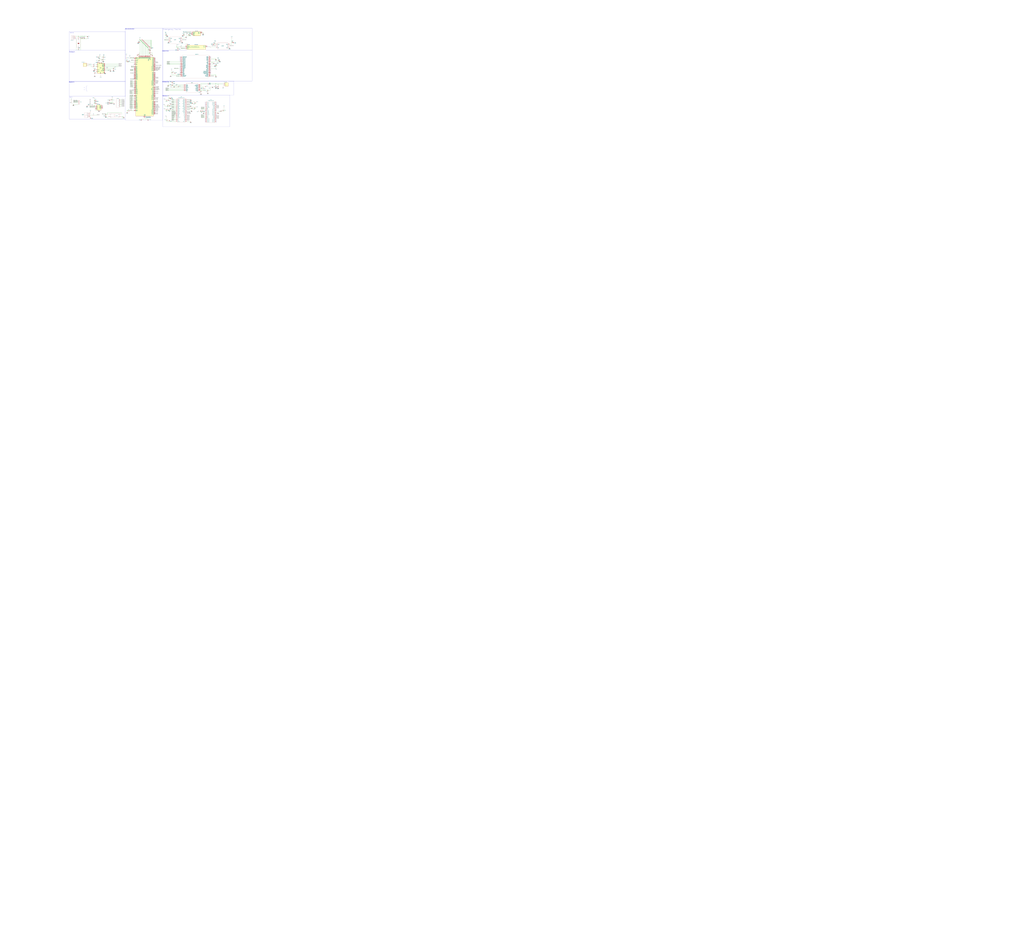
<source format=kicad_sch>
(kicad_sch (version 20231120) (generator "eeschema") (generator_version "8.0")
  (paper "User" 3048 2794)
  (lib_symbols
    (symbol "47053:470531000" (pin_names (offset 0.254))
      (property "Reference" "J" (at 8.89 6.35 0))
      (property "Value" "470531000" (at 0 0 0))
      (symbol "470531000_1_1"
        (pin unspecified line (at 0 0 0) (length 5.08) (name "1") (number "1"))
        (pin unspecified line (at 0 -2.54 0) (length 5.08) (name "2") (number "2"))
        (pin unspecified line (at 0 -5.08 0) (length 5.08) (name "3") (number "3"))
        (pin unspecified line (at 0 -7.62 0) (length 5.08) (name "4") (number "4"))
      )
      (symbol "470531000_1_2"
        (pin unspecified line (at 0 0 0) (length 5.08) (name "1") (number "1"))
        (pin unspecified line (at 0 -2.54 0) (length 5.08) (name "2") (number "2"))
        (pin unspecified line (at 0 -5.08 0) (length 5.08) (name "3") (number "3"))
        (pin unspecified line (at 0 -7.62 0) (length 5.08) (name "4") (number "4"))
      )
    )
    (symbol "AS4C8M16SA-6TCN:AS4C8M16SA-6TCN" (pin_names (offset 0.762))
      (property "Reference" "IC" (at 29.21 7.62 0))
      (property "Value" "AS4C8M16SA-6TCN" (at 29.21 5.08 0))
      (symbol "AS4C8M16SA-6TCN_0_0"
        (pin passive line (at 0 0 0) (length 5.08) (name "VDD_1") (number "1"))
        (pin passive line (at 0 -22.86 0) (length 5.08) (name "DQ5") (number "10"))
        (pin passive line (at 0 -25.4 0) (length 5.08) (name "DQ6") (number "11"))
        (pin passive line (at 0 -27.94 0) (length 5.08) (name "VSSQ_2") (number "12"))
        (pin passive line (at 0 -30.48 0) (length 5.08) (name "DQ7") (number "13"))
        (pin passive line (at 0 -33.02 0) (length 5.08) (name "VDD_2") (number "14"))
        (pin passive line (at 0 -35.56 0) (length 5.08) (name "LDQM") (number "15"))
        (pin passive line (at 0 -38.1 0) (length 5.08) (name "WE#") (number "16"))
        (pin passive line (at 0 -40.64 0) (length 5.08) (name "CAS#") (number "17"))
        (pin passive line (at 0 -43.18 0) (length 5.08) (name "RAS#") (number "18"))
        (pin passive line (at 0 -45.72 0) (length 5.08) (name "CS#") (number "19"))
        (pin passive line (at 0 -2.54 0) (length 5.08) (name "DQ0") (number "2"))
        (pin passive line (at 0 -48.26 0) (length 5.08) (name "BA0") (number "20"))
        (pin passive line (at 0 -50.8 0) (length 5.08) (name "BA1") (number "21"))
        (pin passive line (at 0 -53.34 0) (length 5.08) (name "A10/AP") (number "22"))
        (pin passive line (at 0 -55.88 0) (length 5.08) (name "A0") (number "23"))
        (pin passive line (at 0 -58.42 0) (length 5.08) (name "A1") (number "24"))
        (pin passive line (at 0 -60.96 0) (length 5.08) (name "A2") (number "25"))
        (pin passive line (at 0 -63.5 0) (length 5.08) (name "A3") (number "26"))
        (pin passive line (at 0 -66.04 0) (length 5.08) (name "VDD_3") (number "27"))
        (pin passive line (at 33.02 -66.04 180) (length 5.08) (name "VSS_1") (number "28"))
        (pin passive line (at 33.02 -63.5 180) (length 5.08) (name "A4") (number "29"))
        (pin passive line (at 0 -5.08 0) (length 5.08) (name "VDDQ_1") (number "3"))
        (pin passive line (at 33.02 -60.96 180) (length 5.08) (name "A5") (number "30"))
        (pin passive line (at 33.02 -58.42 180) (length 5.08) (name "A6") (number "31"))
        (pin passive line (at 33.02 -55.88 180) (length 5.08) (name "A7") (number "32"))
        (pin passive line (at 33.02 -53.34 180) (length 5.08) (name "A8") (number "33"))
        (pin passive line (at 33.02 -50.8 180) (length 5.08) (name "A9") (number "34"))
        (pin passive line (at 33.02 -48.26 180) (length 5.08) (name "A11") (number "35"))
        (pin no_connect line (at 33.02 -45.72 180) (length 5.08) (name "NC") (number "36"))
        (pin passive line (at 33.02 -43.18 180) (length 5.08) (name "CKE") (number "37"))
        (pin passive line (at 33.02 -40.64 180) (length 5.08) (name "CLK") (number "38"))
        (pin passive line (at 33.02 -38.1 180) (length 5.08) (name "UDQM") (number "39"))
        (pin passive line (at 0 -7.62 0) (length 5.08) (name "DQ1") (number "4"))
        (pin passive line (at 33.02 -35.56 180) (length 5.08) (name "NC/RFU") (number "40"))
        (pin passive line (at 33.02 -33.02 180) (length 5.08) (name "VSS_2") (number "41"))
        (pin passive line (at 33.02 -30.48 180) (length 5.08) (name "DQ8") (number "42"))
        (pin passive line (at 33.02 -27.94 180) (length 5.08) (name "VDDQ_3") (number "43"))
        (pin passive line (at 33.02 -25.4 180) (length 5.08) (name "DQ9") (number "44"))
        (pin passive line (at 33.02 -22.86 180) (length 5.08) (name "DQ10") (number "45"))
        (pin passive line (at 33.02 -20.32 180) (length 5.08) (name "VSSQ_3") (number "46"))
        (pin passive line (at 33.02 -17.78 180) (length 5.08) (name "DQ11") (number "47"))
        (pin passive line (at 33.02 -15.24 180) (length 5.08) (name "DQ12") (number "48"))
        (pin passive line (at 33.02 -12.7 180) (length 5.08) (name "VDDQ_4") (number "49"))
        (pin passive line (at 0 -10.16 0) (length 5.08) (name "DQ2") (number "5"))
        (pin passive line (at 33.02 -10.16 180) (length 5.08) (name "DQ13") (number "50"))
        (pin passive line (at 33.02 -7.62 180) (length 5.08) (name "DQ14") (number "51"))
        (pin passive line (at 33.02 -5.08 180) (length 5.08) (name "VSSQ_4") (number "52"))
        (pin passive line (at 33.02 -2.54 180) (length 5.08) (name "DQ15") (number "53"))
        (pin passive line (at 33.02 0 180) (length 5.08) (name "VSS_3") (number "54"))
        (pin passive line (at 0 -12.7 0) (length 5.08) (name "VSSQ_1") (number "6"))
        (pin passive line (at 0 -15.24 0) (length 5.08) (name "DQ3") (number "7"))
        (pin passive line (at 0 -17.78 0) (length 5.08) (name "DQ4") (number "8"))
        (pin passive line (at 0 -20.32 0) (length 5.08) (name "VDDQ_2") (number "9"))
      )
    )
    (symbol "Audio:AK5720VT"
      (property "Reference" "U" (at -8.89 16.51 0))
      (property "Value" "AK5720VT" (at 8.89 16.51 0))
      (symbol "AK5720VT_1_1"
        (pin passive line (at -12.7 -5.08 0) (length 2.54) (name "VCOM") (number "1"))
        (pin bidirectional line (at 12.7 7.62 180) (length 2.54) (name "LRCLK") (number "10"))
        (pin input line (at 12.7 12.7 180) (length 2.54) (name "MCLK") (number "11"))
        (pin bidirectional line (at 12.7 10.16 180) (length 2.54) (name "BICK") (number "12"))
        (pin input line (at 12.7 0 180) (length 2.54) (name "~{PDN}") (number "13"))
        (pin input line (at 12.7 -7.62 180) (length 2.54) (name "DIF/TDMI") (number "14"))
        (pin input line (at 12.7 -5.08 180) (length 2.54) (name "FSEL") (number "15"))
        (pin input line (at 12.7 -12.7 180) (length 2.54) (name "CKS") (number "16"))
        (pin input line (at -12.7 10.16 0) (length 2.54) (name "RIN") (number "2"))
        (pin input line (at -12.7 5.08 0) (length 2.54) (name "LIN") (number "3"))
        (pin power_in line (at 0 -17.78 90) (length 2.54) (name "VSS") (number "4"))
        (pin power_in line (at -2.54 17.78 270) (length 2.54) (name "VA") (number "5"))
        (pin power_in line (at 2.54 17.78 270) (length 2.54) (name "VD") (number "6"))
        (pin input line (at 12.7 -2.54 180) (length 2.54) (name "GSEL") (number "7"))
        (pin passive line (at -12.7 -10.16 0) (length 2.54) (name "REGO") (number "8"))
        (pin output line (at 12.7 5.08 180) (length 2.54) (name "SDTO") (number "9"))
      )
    )
    (symbol "Connector:Conn_01x05_Socket" (pin_names (offset 1.016) hide)
      (property "Reference" "J" (at 0 7.62 0))
      (property "Value" "Conn_01x05_Socket" (at 0 -7.62 0))
      (symbol "Conn_01x05_Socket_1_1"
        (pin passive line (at -5.08 5.08 0) (length 3.81) (name "Pin_1") (number "1"))
        (pin passive line (at -5.08 2.54 0) (length 3.81) (name "Pin_2") (number "2"))
        (pin passive line (at -5.08 0 0) (length 3.81) (name "Pin_3") (number "3"))
        (pin passive line (at -5.08 -2.54 0) (length 3.81) (name "Pin_4") (number "4"))
        (pin passive line (at -5.08 -5.08 0) (length 3.81) (name "Pin_5") (number "5"))
      )
    )
    (symbol "DIX9211:DIX9211PTR" (pin_names (offset 0.254))
      (property "Reference" "U" (at 45.72 10.16 0))
      (property "Value" "DIX9211PTR" (at 45.72 7.62 0))
      (symbol "DIX9211PTR_0_1"
        (pin output line (at 0 0 0) (length 7.62) (name "ERROR/INT0") (number "1"))
        (pin bidirectional line (at 0 -22.86 0) (length 7.62) (name "MPIO_C3") (number "10"))
        (pin bidirectional line (at 0 -25.4 0) (length 7.62) (name "MPIO_B0") (number "11"))
        (pin bidirectional line (at 0 -27.94 0) (length 7.62) (name "MPIO_B1") (number "12"))
        (pin bidirectional line (at 0 -30.48 0) (length 7.62) (name "MPIO_B2") (number "13"))
        (pin bidirectional line (at 0 -33.02 0) (length 7.62) (name "MPIO_B3") (number "14"))
        (pin output line (at 0 -35.56 0) (length 7.62) (name "MPO0") (number "15"))
        (pin output line (at 0 -38.1 0) (length 7.62) (name "MPO1") (number "16"))
        (pin output line (at 0 -40.64 0) (length 7.62) (name "DOUT") (number "17"))
        (pin output line (at 0 -43.18 0) (length 7.62) (name "LRCK") (number "18"))
        (pin output line (at 0 -45.72 0) (length 7.62) (name "BCK") (number "19"))
        (pin output line (at 0 -2.54 0) (length 7.62) (name "NPCM/INT1") (number "2"))
        (pin output line (at 0 -48.26 0) (length 7.62) (name "SCKO") (number "20"))
        (pin power_in line (at 0 -50.8 0) (length 7.62) (name "DGND") (number "21"))
        (pin power_in line (at 0 -53.34 0) (length 7.62) (name "DVDD") (number "22"))
        (pin bidirectional line (at 0 -55.88 0) (length 7.62) (name "MDO/ADR0") (number "23"))
        (pin bidirectional line (at 0 -58.42 0) (length 7.62) (name "MDI/SDA") (number "24"))
        (pin input line (at 91.44 -58.42 180) (length 7.62) (name "MC/SCL") (number "25"))
        (pin input line (at 91.44 -55.88 180) (length 7.62) (name "MS/ADR1") (number "26"))
        (pin input line (at 91.44 -53.34 180) (length 7.62) (name "MODE") (number "27"))
        (pin input line (at 91.44 -50.8 180) (length 7.62) (name "RXIN7/ADIN0") (number "28"))
        (pin input line (at 91.44 -48.26 180) (length 7.62) (name "RXIN6/ALRCKIO") (number "29"))
        (pin bidirectional line (at 0 -5.08 0) (length 7.62) (name "MPIO_A0") (number "3"))
        (pin input line (at 91.44 -45.72 180) (length 7.62) (name "RXIN5/ABCKIO") (number "30"))
        (pin input line (at 91.44 -43.18 180) (length 7.62) (name "RXIN4/ASCKIO") (number "31"))
        (pin input line (at 91.44 -40.64 180) (length 7.62) (name "RXIN3") (number "32"))
        (pin input line (at 91.44 -38.1 180) (length 7.62) (name "RXIN2") (number "33"))
        (pin input line (at 91.44 -35.56 180) (length 7.62) (name "RST") (number "34"))
        (pin input line (at 91.44 -33.02 180) (length 7.62) (name "RXIN1") (number "35"))
        (pin power_in line (at 91.44 -30.48 180) (length 7.62) (name "VDDRX") (number "36"))
        (pin input line (at 91.44 -27.94 180) (length 7.62) (name "RXIN0") (number "37"))
        (pin power_in line (at 91.44 -25.4 180) (length 7.62) (name "GNDRX") (number "38"))
        (pin input line (at 91.44 -22.86 180) (length 7.62) (name "XTI") (number "39"))
        (pin bidirectional line (at 0 -7.62 0) (length 7.62) (name "MPIO_A1") (number "4"))
        (pin output line (at 91.44 -20.32 180) (length 7.62) (name "XTO") (number "40"))
        (pin power_in line (at 91.44 -17.78 180) (length 7.62) (name "AGND") (number "41"))
        (pin power_in line (at 91.44 -15.24 180) (length 7.62) (name "VCC") (number "42"))
        (pin output line (at 91.44 -12.7 180) (length 7.62) (name "FILT") (number "43"))
        (pin unspecified line (at 91.44 -10.16 180) (length 7.62) (name "RSV2") (number "44"))
        (pin unspecified line (at 91.44 -7.62 180) (length 7.62) (name "RSV1") (number "45"))
        (pin unspecified line (at 91.44 -5.08 180) (length 7.62) (name "RSV1") (number "46"))
        (pin unspecified line (at 91.44 -2.54 180) (length 7.62) (name "RSV2") (number "47"))
        (pin unspecified line (at 91.44 0 180) (length 7.62) (name "RSV2") (number "48"))
        (pin bidirectional line (at 0 -10.16 0) (length 7.62) (name "MPIO_A2") (number "5"))
        (pin bidirectional line (at 0 -12.7 0) (length 7.62) (name "MPIO_A3") (number "6"))
        (pin bidirectional line (at 0 -15.24 0) (length 7.62) (name "MPIO_C0") (number "7"))
        (pin bidirectional line (at 0 -17.78 0) (length 7.62) (name "MPIO_C1") (number "8"))
        (pin bidirectional line (at 0 -20.32 0) (length 7.62) (name "MPIO_C2") (number "9"))
      )
    )
    (symbol "Device:C_Polarized_Small_US" (pin_numbers hide) (pin_names (offset 0.254) hide)
      (property "Reference" "C" (at 0.254 1.778 0))
      (property "Value" "C_Polarized_Small_US" (at 0.254 -2.032 0))
      (symbol "C_Polarized_Small_US_1_1"
        (pin passive line (at 0 2.54 270) (length 2.032) (name "~") (number "1"))
        (pin passive line (at 0 -2.54 90) (length 2.032) (name "~") (number "2"))
      )
    )
    (symbol "Device:C_Small" (pin_numbers hide) (pin_names (offset 0.254) hide)
      (property "Reference" "C" (at 0.254 1.778 0))
      (property "Value" "C_Small" (at 0.254 -2.032 0))
      (symbol "C_Small_1_1"
        (pin passive line (at 0 2.54 270) (length 2.032) (name "~") (number "1"))
        (pin passive line (at 0 -2.54 90) (length 2.032) (name "~") (number "2"))
      )
    )
    (symbol "Device:FerriteBead_Small" (pin_numbers hide) (pin_names (offset 0))
      (property "Reference" "FB" (at 1.905 1.27 0))
      (property "Value" "FerriteBead_Small" (at 1.905 -1.27 0))
      (symbol "FerriteBead_Small_1_1"
        (pin passive line (at 0 2.54 270) (length 1.27) (name "~") (number "1"))
        (pin passive line (at 0 -2.54 90) (length 1.27) (name "~") (number "2"))
      )
    )
    (symbol "Device:L_Small" (pin_numbers hide) (pin_names (offset 0.254) hide)
      (property "Reference" "L" (at 0.762 1.016 0))
      (property "Value" "L_Small" (at 0.762 -1.016 0))
      (symbol "L_Small_1_1"
        (pin passive line (at 0 2.54 270) (length 0.508) (name "~") (number "1"))
        (pin passive line (at 0 -2.54 90) (length 0.508) (name "~") (number "2"))
      )
    )
    (symbol "Device:R_Small_US" (pin_numbers hide) (pin_names (offset 0.254) hide)
      (property "Reference" "R" (at 0.762 0.508 0))
      (property "Value" "R_Small_US" (at 0.762 -1.016 0))
      (symbol "R_Small_US_1_1"
        (pin passive line (at 0 2.54 270) (length 1.016) (name "~") (number "1"))
        (pin passive line (at 0 -2.54 90) (length 1.016) (name "~") (number "2"))
      )
    )
    (symbol "FW6190:FW6190"
      (property "Reference" "J" (at 16.51 7.62 0))
      (property "Value" "FW6190" (at 16.51 5.08 0))
      (symbol "FW6190_1_1"
        (pin passive line (at 0 -5.08 0) (length 5.08) (name "1") (number "1"))
        (pin passive line (at 0 -2.54 0) (length 5.08) (name "2") (number "2"))
        (pin passive line (at 0 0 0) (length 5.08) (name "3") (number "3"))
      )
    )
    (symbol "MCU_ST_STM32H7:STM32H7A3ZITx"
      (property "Reference" "U" (at -25.4 90.17 0))
      (property "Value" "STM32H7A3ZITx" (at 20.32 90.17 0))
      (symbol "STM32H7A3ZITx_1_1"
        (pin bidirectional line (at -30.48 -30.48 0) (length 5.08) (name "PE2") (number "1"))
        (pin bidirectional line (at -30.48 17.78 0) (length 5.08) (name "PF0") (number "10"))
        (pin bidirectional line (at 33.02 66.04 180) (length 5.08) (name "PA8") (number "100"))
        (pin bidirectional line (at 33.02 63.5 180) (length 5.08) (name "PA9") (number "101"))
        (pin bidirectional line (at 33.02 60.96 180) (length 5.08) (name "PA10") (number "102"))
        (pin bidirectional line (at 33.02 58.42 180) (length 5.08) (name "PA11") (number "103"))
        (pin bidirectional line (at 33.02 55.88 180) (length 5.08) (name "PA12") (number "104"))
        (pin bidirectional line (at 33.02 53.34 180) (length 5.08) (name "PA13") (number "105"))
        (pin power_out line (at -30.48 -71.12 0) (length 5.08) (name "VCAP") (number "106"))
        (pin passive line (at 0 -91.44 90) (length 5.08) hide (name "VSS") (number "107"))
        (pin power_in line (at 5.08 93.98 270) (length 5.08) (name "VDD") (number "108"))
        (pin bidirectional line (at 33.02 50.8 180) (length 5.08) (name "PA14") (number "109"))
        (pin bidirectional line (at -30.48 15.24 0) (length 5.08) (name "PF1") (number "11"))
        (pin bidirectional line (at 33.02 48.26 180) (length 5.08) (name "PA15") (number "110"))
        (pin bidirectional line (at 33.02 -25.4 180) (length 5.08) (name "PC10") (number "111"))
        (pin bidirectional line (at 33.02 -27.94 180) (length 5.08) (name "PC11") (number "112"))
        (pin bidirectional line (at 33.02 -30.48 180) (length 5.08) (name "PC12") (number "113"))
        (pin bidirectional line (at 33.02 -43.18 180) (length 5.08) (name "PD0") (number "114"))
        (pin bidirectional line (at 33.02 -45.72 180) (length 5.08) (name "PD1") (number "115"))
        (pin bidirectional line (at 33.02 -48.26 180) (length 5.08) (name "PD2") (number "116"))
        (pin bidirectional line (at 33.02 -50.8 180) (length 5.08) (name "PD3") (number "117"))
        (pin bidirectional line (at 33.02 -53.34 180) (length 5.08) (name "PD4") (number "118"))
        (pin bidirectional line (at 33.02 -55.88 180) (length 5.08) (name "PD5") (number "119"))
        (pin bidirectional line (at -30.48 12.7 0) (length 5.08) (name "PF2") (number "12"))
        (pin passive line (at 0 -91.44 90) (length 5.08) hide (name "VSS") (number "120"))
        (pin power_in line (at 17.78 93.98 270) (length 5.08) (name "VDDMMC") (number "121"))
        (pin bidirectional line (at 33.02 -58.42 180) (length 5.08) (name "PD6") (number "122"))
        (pin bidirectional line (at 33.02 -60.96 180) (length 5.08) (name "PD7") (number "123"))
        (pin bidirectional line (at -30.48 38.1 0) (length 5.08) (name "PG9") (number "124"))
        (pin bidirectional line (at -30.48 35.56 0) (length 5.08) (name "PG10") (number "125"))
        (pin bidirectional line (at -30.48 33.02 0) (length 5.08) (name "PG11") (number "126"))
        (pin bidirectional line (at -30.48 30.48 0) (length 5.08) (name "PG12") (number "127"))
        (pin bidirectional line (at -30.48 27.94 0) (length 5.08) (name "PG13") (number "128"))
        (pin bidirectional line (at -30.48 25.4 0) (length 5.08) (name "PG14") (number "129"))
        (pin bidirectional line (at -30.48 10.16 0) (length 5.08) (name "PF3") (number "13"))
        (pin passive line (at 0 -91.44 90) (length 5.08) hide (name "VSS") (number "130"))
        (pin power_in line (at 7.62 93.98 270) (length 5.08) (name "VDD") (number "131"))
        (pin bidirectional line (at -30.48 22.86 0) (length 5.08) (name "PG15") (number "132"))
        (pin bidirectional line (at 33.02 35.56 180) (length 5.08) (name "PB3") (number "133"))
        (pin bidirectional line (at 33.02 33.02 180) (length 5.08) (name "PB4") (number "134"))
        (pin bidirectional line (at 33.02 30.48 180) (length 5.08) (name "PB5") (number "135"))
        (pin bidirectional line (at 33.02 27.94 180) (length 5.08) (name "PB6") (number "136"))
        (pin bidirectional line (at 33.02 25.4 180) (length 5.08) (name "PB7") (number "137"))
        (pin input line (at -30.48 78.74 0) (length 5.08) (name "BOOT0") (number "138"))
        (pin bidirectional line (at 33.02 22.86 180) (length 5.08) (name "PB8") (number "139"))
        (pin bidirectional line (at -30.48 7.62 0) (length 5.08) (name "PF4") (number "14"))
        (pin bidirectional line (at 33.02 20.32 180) (length 5.08) (name "PB9") (number "140"))
        (pin bidirectional line (at -30.48 -25.4 0) (length 5.08) (name "PE0") (number "141"))
        (pin bidirectional line (at -30.48 -27.94 0) (length 5.08) (name "PE1") (number "142"))
        (pin input line (at -30.48 83.82 0) (length 5.08) (name "PDR_ON") (number "143"))
        (pin power_in line (at 10.16 93.98 270) (length 5.08) (name "VDD") (number "144"))
        (pin bidirectional line (at -30.48 5.08 0) (length 5.08) (name "PF5") (number "15"))
        (pin power_in line (at 0 -91.44 90) (length 5.08) (name "VSS") (number "16"))
        (pin power_in line (at -12.7 93.98 270) (length 5.08) (name "VDD") (number "17"))
        (pin bidirectional line (at -30.48 2.54 0) (length 5.08) (name "PF6") (number "18"))
        (pin bidirectional line (at -30.48 0 0) (length 5.08) (name "PF7") (number "19"))
        (pin bidirectional line (at -30.48 -33.02 0) (length 5.08) (name "PE3") (number "2"))
        (pin bidirectional line (at -30.48 -2.54 0) (length 5.08) (name "PF8") (number "20"))
        (pin bidirectional line (at -30.48 -5.08 0) (length 5.08) (name "PF9") (number "21"))
        (pin bidirectional line (at -30.48 -7.62 0) (length 5.08) (name "PF10") (number "22"))
        (pin bidirectional line (at -30.48 68.58 0) (length 5.08) (name "PH0") (number "23"))
        (pin bidirectional line (at -30.48 66.04 0) (length 5.08) (name "PH1") (number "24"))
        (pin input line (at -30.48 86.36 0) (length 5.08) (name "NRST") (number "25"))
        (pin bidirectional line (at 33.02 0 180) (length 5.08) (name "PC0") (number "26"))
        (pin bidirectional line (at 33.02 -2.54 180) (length 5.08) (name "PC1") (number "27"))
        (pin bidirectional line (at 33.02 -5.08 180) (length 5.08) (name "PC2_C") (number "28"))
        (pin bidirectional line (at 33.02 -7.62 180) (length 5.08) (name "PC3_C") (number "29"))
        (pin bidirectional line (at -30.48 -35.56 0) (length 5.08) (name "PE4") (number "3"))
        (pin power_in line (at -10.16 93.98 270) (length 5.08) (name "VDD") (number "30"))
        (pin power_in line (at 2.54 -91.44 90) (length 5.08) (name "VSSA") (number "31"))
        (pin input line (at -30.48 73.66 0) (length 5.08) (name "VREF+") (number "32"))
        (pin power_in line (at 15.24 93.98 270) (length 5.08) (name "VDDA") (number "33"))
        (pin bidirectional line (at 33.02 86.36 180) (length 5.08) (name "PA0") (number "34"))
        (pin bidirectional line (at 33.02 83.82 180) (length 5.08) (name "PA1") (number "35"))
        (pin bidirectional line (at 33.02 81.28 180) (length 5.08) (name "PA2") (number "36"))
        (pin bidirectional line (at 33.02 78.74 180) (length 5.08) (name "PA3") (number "37"))
        (pin passive line (at 0 -91.44 90) (length 5.08) hide (name "VSS") (number "38"))
        (pin power_in line (at -7.62 93.98 270) (length 5.08) (name "VDD") (number "39"))
        (pin bidirectional line (at -30.48 -38.1 0) (length 5.08) (name "PE5") (number "4"))
        (pin bidirectional line (at 33.02 76.2 180) (length 5.08) (name "PA4") (number "40"))
        (pin bidirectional line (at 33.02 73.66 180) (length 5.08) (name "PA5") (number "41"))
        (pin bidirectional line (at 33.02 71.12 180) (length 5.08) (name "PA6") (number "42"))
        (pin bidirectional line (at 33.02 68.58 180) (length 5.08) (name "PA7") (number "43"))
        (pin bidirectional line (at 33.02 -10.16 180) (length 5.08) (name "PC4") (number "44"))
        (pin bidirectional line (at 33.02 -12.7 180) (length 5.08) (name "PC5") (number "45"))
        (pin bidirectional line (at 33.02 43.18 180) (length 5.08) (name "PB0") (number "46"))
        (pin bidirectional line (at 33.02 40.64 180) (length 5.08) (name "PB1") (number "47"))
        (pin bidirectional line (at 33.02 38.1 180) (length 5.08) (name "PB2") (number "48"))
        (pin bidirectional line (at -30.48 -10.16 0) (length 5.08) (name "PF11") (number "49"))
        (pin bidirectional line (at -30.48 -40.64 0) (length 5.08) (name "PE6") (number "5"))
        (pin bidirectional line (at -30.48 -12.7 0) (length 5.08) (name "PF12") (number "50"))
        (pin passive line (at 0 -91.44 90) (length 5.08) hide (name "VSS") (number "51"))
        (pin power_in line (at -5.08 93.98 270) (length 5.08) (name "VDD") (number "52"))
        (pin bidirectional line (at -30.48 -15.24 0) (length 5.08) (name "PF13") (number "53"))
        (pin bidirectional line (at -30.48 -17.78 0) (length 5.08) (name "PF14") (number "54"))
        (pin bidirectional line (at -30.48 -20.32 0) (length 5.08) (name "PF15") (number "55"))
        (pin bidirectional line (at -30.48 60.96 0) (length 5.08) (name "PG0") (number "56"))
        (pin bidirectional line (at -30.48 58.42 0) (length 5.08) (name "PG1") (number "57"))
        (pin bidirectional line (at -30.48 -43.18 0) (length 5.08) (name "PE7") (number "58"))
        (pin bidirectional line (at -30.48 -45.72 0) (length 5.08) (name "PE8") (number "59"))
        (pin power_in line (at -15.24 93.98 270) (length 5.08) (name "VBAT") (number "6"))
        (pin bidirectional line (at -30.48 -48.26 0) (length 5.08) (name "PE9") (number "60"))
        (pin passive line (at 0 -91.44 90) (length 5.08) hide (name "VSS") (number "61"))
        (pin power_in line (at -2.54 93.98 270) (length 5.08) (name "VDD") (number "62"))
        (pin bidirectional line (at -30.48 -50.8 0) (length 5.08) (name "PE10") (number "63"))
        (pin bidirectional line (at -30.48 -53.34 0) (length 5.08) (name "PE11") (number "64"))
        (pin bidirectional line (at -30.48 -55.88 0) (length 5.08) (name "PE12") (number "65"))
        (pin bidirectional line (at -30.48 -58.42 0) (length 5.08) (name "PE13") (number "66"))
        (pin bidirectional line (at -30.48 -60.96 0) (length 5.08) (name "PE14") (number "67"))
        (pin bidirectional line (at -30.48 -63.5 0) (length 5.08) (name "PE15") (number "68"))
        (pin bidirectional line (at 33.02 17.78 180) (length 5.08) (name "PB10") (number "69"))
        (pin bidirectional line (at 33.02 -33.02 180) (length 5.08) (name "PC13") (number "7"))
        (pin bidirectional line (at 33.02 15.24 180) (length 5.08) (name "PB11") (number "70"))
        (pin power_out line (at -30.48 -68.58 0) (length 5.08) (name "VCAP") (number "71"))
        (pin power_in line (at 0 93.98 270) (length 5.08) (name "VDD") (number "72"))
        (pin bidirectional line (at 33.02 12.7 180) (length 5.08) (name "PB12") (number "73"))
        (pin bidirectional line (at 33.02 10.16 180) (length 5.08) (name "PB13") (number "74"))
        (pin bidirectional line (at 33.02 7.62 180) (length 5.08) (name "PB14") (number "75"))
        (pin bidirectional line (at 33.02 5.08 180) (length 5.08) (name "PB15") (number "76"))
        (pin bidirectional line (at 33.02 -63.5 180) (length 5.08) (name "PD8") (number "77"))
        (pin bidirectional line (at 33.02 -66.04 180) (length 5.08) (name "PD9") (number "78"))
        (pin bidirectional line (at 33.02 -68.58 180) (length 5.08) (name "PD10") (number "79"))
        (pin bidirectional line (at 33.02 -35.56 180) (length 5.08) (name "PC14") (number "8"))
        (pin bidirectional line (at 33.02 -71.12 180) (length 5.08) (name "PD11") (number "80"))
        (pin bidirectional line (at 33.02 -73.66 180) (length 5.08) (name "PD12") (number "81"))
        (pin bidirectional line (at 33.02 -76.2 180) (length 5.08) (name "PD13") (number "82"))
        (pin passive line (at 0 -91.44 90) (length 5.08) hide (name "VSS") (number "83"))
        (pin power_in line (at 2.54 93.98 270) (length 5.08) (name "VDD") (number "84"))
        (pin bidirectional line (at 33.02 -78.74 180) (length 5.08) (name "PD14") (number "85"))
        (pin bidirectional line (at 33.02 -81.28 180) (length 5.08) (name "PD15") (number "86"))
        (pin bidirectional line (at -30.48 55.88 0) (length 5.08) (name "PG2") (number "87"))
        (pin bidirectional line (at -30.48 53.34 0) (length 5.08) (name "PG3") (number "88"))
        (pin bidirectional line (at -30.48 50.8 0) (length 5.08) (name "PG4") (number "89"))
        (pin bidirectional line (at 33.02 -38.1 180) (length 5.08) (name "PC15") (number "9"))
        (pin bidirectional line (at -30.48 48.26 0) (length 5.08) (name "PG5") (number "90"))
        (pin bidirectional line (at -30.48 45.72 0) (length 5.08) (name "PG6") (number "91"))
        (pin bidirectional line (at -30.48 43.18 0) (length 5.08) (name "PG7") (number "92"))
        (pin bidirectional line (at -30.48 40.64 0) (length 5.08) (name "PG8") (number "93"))
        (pin passive line (at 0 -91.44 90) (length 5.08) hide (name "VSS") (number "94"))
        (pin power_in line (at 12.7 93.98 270) (length 5.08) (name "VDD33_USB") (number "95"))
        (pin bidirectional line (at 33.02 -15.24 180) (length 5.08) (name "PC6") (number "96"))
        (pin bidirectional line (at 33.02 -17.78 180) (length 5.08) (name "PC7") (number "97"))
        (pin bidirectional line (at 33.02 -20.32 180) (length 5.08) (name "PC8") (number "98"))
        (pin bidirectional line (at 33.02 -22.86 180) (length 5.08) (name "PC9") (number "99"))
      )
    )
    (symbol "NAU8402WG:NAU8402WG" (pin_names (offset 0.254))
      (property "Reference" "U" (at 25.4 10.16 0))
      (property "Value" "NAU8402WG" (at 25.4 7.62 0))
      (symbol "NAU8402WG_0_1"
        (pin power_out line (at 0 0 0) (length 7.62) (name "VSSA") (number "1"))
        (pin power_in line (at 50.8 -15.24 180) (length 7.62) (name "LINEVDD") (number "10"))
        (pin output line (at 50.8 -12.7 180) (length 7.62) (name "CPCA") (number "11"))
        (pin power_out line (at 50.8 -10.16 180) (length 7.62) (name "LINEGND") (number "12"))
        (pin output line (at 50.8 -7.62 180) (length 7.62) (name "CPCB") (number "13"))
        (pin output line (at 50.8 -5.08 180) (length 7.62) (name "CPOUT") (number "14"))
        (pin output line (at 50.8 -2.54 180) (length 7.62) (name "RLINEOUT") (number "15"))
        (pin output line (at 50.8 0 180) (length 7.62) (name "LLINEOU") (number "16"))
        (pin power_in line (at 0 -2.54 0) (length 7.62) (name "VDDA") (number "2"))
        (pin power_in line (at 0 -5.08 0) (length 7.62) (name "VREF") (number "3"))
        (pin input line (at 0 -7.62 0) (length 7.62) (name "MUTEB") (number "4"))
        (pin input line (at 0 -10.16 0) (length 7.62) (name "FS") (number "5"))
        (pin input line (at 0 -12.7 0) (length 7.62) (name "DACIN") (number "6"))
        (pin input line (at 0 -15.24 0) (length 7.62) (name "BCLK") (number "7"))
        (pin input line (at 0 -17.78 0) (length 7.62) (name "MCLK") (number "8"))
        (pin power_in line (at 50.8 -17.78 180) (length 7.62) (name "VDDB") (number "9"))
      )
    )
    (symbol "Same Sky slide switch:SLW-883935-2A-D" (pin_names (offset 0.254))
      (property "Reference" "SW" (at 12.7 7.62 0))
      (property "Value" "SLW-883935-2A-D" (at 20.32 5.08 0))
      (symbol "SLW-883935-2A-D_0_1"
        (pin unspecified line (at 0 0 0) (length 7.62) (name "1") (number "1"))
        (pin unspecified line (at 0 -5.08 0) (length 7.62) (name "2") (number "2"))
        (pin unspecified line (at 0 -10.16 0) (length 7.62) (name "3") (number "3"))
      )
    )
    (symbol "TC58BVG1S3HTA00:TC58BVG1S3HTA00" (pin_names (offset 0.762))
      (property "Reference" "IC" (at 29.21 7.62 0))
      (property "Value" "TC58BVG1S3HTA00" (at 29.21 5.08 0))
      (symbol "TC58BVG1S3HTA00_0_0"
        (pin passive line (at 0 0 0) (length 5.08) (name "NC_1") (number "1"))
        (pin passive line (at 0 -22.86 0) (length 5.08) (name "NC_7") (number "10"))
        (pin passive line (at 0 -25.4 0) (length 5.08) (name "NC_8") (number "11"))
        (pin passive line (at 0 -27.94 0) (length 5.08) (name "VCC_1") (number "12"))
        (pin passive line (at 0 -30.48 0) (length 5.08) (name "VSS_1") (number "13"))
        (pin passive line (at 0 -33.02 0) (length 5.08) (name "NC_9") (number "14"))
        (pin passive line (at 0 -35.56 0) (length 5.08) (name "NC_10") (number "15"))
        (pin passive line (at 0 -38.1 0) (length 5.08) (name "CLE") (number "16"))
        (pin passive line (at 0 -40.64 0) (length 5.08) (name "ALE") (number "17"))
        (pin passive line (at 0 -43.18 0) (length 5.08) (name "~{WE}") (number "18"))
        (pin passive line (at 0 -45.72 0) (length 5.08) (name "~{WP}") (number "19"))
        (pin passive line (at 0 -2.54 0) (length 5.08) (name "NC_2") (number "2"))
        (pin passive line (at 0 -48.26 0) (length 5.08) (name "NC_11") (number "20"))
        (pin passive line (at 0 -50.8 0) (length 5.08) (name "NC_12") (number "21"))
        (pin passive line (at 0 -53.34 0) (length 5.08) (name "NC_13") (number "22"))
        (pin passive line (at 0 -55.88 0) (length 5.08) (name "NC_14") (number "23"))
        (pin passive line (at 0 -58.42 0) (length 5.08) (name "NC_15") (number "24"))
        (pin passive line (at 33.02 -58.42 180) (length 5.08) (name "NC_16") (number "25"))
        (pin passive line (at 33.02 -55.88 180) (length 5.08) (name "NC_17") (number "26"))
        (pin passive line (at 33.02 -53.34 180) (length 5.08) (name "NC_18") (number "27"))
        (pin passive line (at 33.02 -50.8 180) (length 5.08) (name "NC_19") (number "28"))
        (pin passive line (at 33.02 -48.26 180) (length 5.08) (name "I/O1") (number "29"))
        (pin passive line (at 0 -5.08 0) (length 5.08) (name "NC_3") (number "3"))
        (pin passive line (at 33.02 -45.72 180) (length 5.08) (name "I/O2") (number "30"))
        (pin passive line (at 33.02 -43.18 180) (length 5.08) (name "I/O3") (number "31"))
        (pin passive line (at 33.02 -40.64 180) (length 5.08) (name "I/O4") (number "32"))
        (pin passive line (at 33.02 -38.1 180) (length 5.08) (name "NC_20") (number "33"))
        (pin passive line (at 33.02 -35.56 180) (length 5.08) (name "NC_21") (number "34"))
        (pin passive line (at 33.02 -33.02 180) (length 5.08) (name "NC_22") (number "35"))
        (pin passive line (at 33.02 -30.48 180) (length 5.08) (name "VSS_2") (number "36"))
        (pin passive line (at 33.02 -27.94 180) (length 5.08) (name "VCC_2") (number "37"))
        (pin passive line (at 33.02 -25.4 180) (length 5.08) (name "NC_23") (number "38"))
        (pin passive line (at 33.02 -22.86 180) (length 5.08) (name "NC_24") (number "39"))
        (pin passive line (at 0 -7.62 0) (length 5.08) (name "NC_4") (number "4"))
        (pin passive line (at 33.02 -20.32 180) (length 5.08) (name "NC_25") (number "40"))
        (pin passive line (at 33.02 -17.78 180) (length 5.08) (name "I/O5") (number "41"))
        (pin passive line (at 33.02 -15.24 180) (length 5.08) (name "I/O6") (number "42"))
        (pin passive line (at 33.02 -12.7 180) (length 5.08) (name "I/O7") (number "43"))
        (pin passive line (at 33.02 -10.16 180) (length 5.08) (name "I/O8") (number "44"))
        (pin passive line (at 33.02 -7.62 180) (length 5.08) (name "NC_26") (number "45"))
        (pin passive line (at 33.02 -5.08 180) (length 5.08) (name "NC_27") (number "46"))
        (pin passive line (at 33.02 -2.54 180) (length 5.08) (name "NC_28") (number "47"))
        (pin passive line (at 33.02 0 180) (length 5.08) (name "NC_29") (number "48"))
        (pin passive line (at 0 -10.16 0) (length 5.08) (name "NC_5") (number "5"))
        (pin passive line (at 0 -12.7 0) (length 5.08) (name "NC_6") (number "6"))
        (pin passive line (at 0 -15.24 0) (length 5.08) (name "RY/~{BY}") (number "7"))
        (pin passive line (at 0 -17.78 0) (length 5.08) (name "~{RE}") (number "8"))
        (pin passive line (at 0 -20.32 0) (length 5.08) (name "~{CE}") (number "9"))
      )
    )
    (symbol "TI_LLS_50:SN74LVC1T45DBVR" (pin_names (offset 0.254))
      (property "Reference" "U" (at 0 2.54 0))
      (property "Value" "SN74LVC1T45DBVR" (at 0 0 0))
      (symbol "SN74LVC1T45DBVR_0_1"
        (pin power_in line (at -20.32 5.08 0) (length 5.08) (name "VCCA") (number "1"))
        (pin power_in line (at 20.32 -5.08 180) (length 5.08) (name "GND") (number "2"))
        (pin bidirectional line (at -20.32 0 0) (length 5.08) (name "A") (number "3"))
        (pin bidirectional line (at 20.32 0 180) (length 5.08) (name "B") (number "4"))
        (pin input line (at -20.32 -5.08 0) (length 5.08) (name "DIR") (number "5"))
        (pin power_in line (at 20.32 5.08 180) (length 5.08) (name "VCCB") (number "6"))
      )
    )
    (symbol "TORX1950A_F_:TORX1950A_F_"
      (property "Reference" "IC" (at 29.21 7.62 0))
      (property "Value" "TORX1950A_F_" (at 29.21 5.08 0))
      (symbol "TORX1950A_F__1_1"
        (pin passive line (at 0 0 0) (length 5.08) (name "OUTPUT") (number "1"))
        (pin passive line (at 0 -2.54 0) (length 5.08) (name "GND1") (number "2"))
        (pin passive line (at 0 -5.08 0) (length 5.08) (name "VCC") (number "3"))
        (pin passive line (at 0 -7.62 0) (length 5.08) (name "GND2") (number "4"))
        (pin passive line (at 33.02 0 180) (length 5.08) (name "CASE_1") (number "MH1"))
        (pin passive line (at 33.02 -2.54 180) (length 5.08) (name "CASE_2") (number "MH2"))
      )
    )
    (symbol "TOTX1950A_F_:TOTX1950A_F_"
      (property "Reference" "LED" (at 62.23 7.62 0))
      (property "Value" "TOTX1950A_F_" (at 62.23 5.08 0))
      (symbol "TOTX1950A_F__1_1"
        (pin passive line (at 0 0 0) (length 5.08) (name "GND") (number "1"))
        (pin passive line (at 0 -2.54 0) (length 5.08) (name "_CURRENT_LIMITING_RESISTOR_OF_LED") (number "2"))
        (pin passive line (at 0 -5.08 0) (length 5.08) (name "VCC") (number "3"))
        (pin passive line (at 0 -7.62 0) (length 5.08) (name "INPUT") (number "4"))
        (pin passive line (at 66.04 -2.54 180) (length 5.08) (name "N.C_1") (number "5"))
        (pin passive line (at 66.04 0 180) (length 5.08) (name "N.C_2") (number "6"))
      )
    )
    (symbol "TVS diode:DF2S5M4SL_L3F" (pin_names (offset 0.254))
      (property "Reference" "U" (at 20.32 10.16 0))
      (property "Value" "DF2S5M4SL_L3F" (at 20.32 7.62 0))
      (symbol "DF2S5M4SL_L3F_0_1"
        (pin unspecified line (at 0 0 0) (length 7.62) (name "1") (number "1"))
        (pin unspecified line (at 40.64 0 180) (length 7.62) (name "2") (number "2"))
      )
    )
    (symbol "USB-M26FTR:USB-M26FTR"
      (property "Reference" "J" (at 19.05 7.62 0))
      (property "Value" "USB-M26FTR" (at 19.05 5.08 0))
      (symbol "USB-M26FTR_1_1"
        (pin passive line (at 0 0 0) (length 5.08) (name "1") (number "1"))
        (pin passive line (at 0 -2.54 0) (length 5.08) (name "2") (number "2"))
        (pin passive line (at 0 -5.08 0) (length 5.08) (name "3") (number "3"))
        (pin passive line (at 0 -7.62 0) (length 5.08) (name "4") (number "4"))
        (pin passive line (at 0 -10.16 0) (length 5.08) (name "5") (number "5"))
        (pin passive line (at 22.86 0 180) (length 5.08) (name "MP1") (number "6"))
        (pin passive line (at 22.86 -2.54 180) (length 5.08) (name "MP2") (number "7"))
        (pin passive line (at 22.86 -5.08 180) (length 5.08) (name "MP3") (number "8"))
        (pin passive line (at 22.86 -7.62 180) (length 5.08) (name "MP4") (number "9"))
      )
    )
    (symbol "custom:86jb2"
      (property "Reference" "K" (at 0 6.604 0))
      (symbol "86jb2_1_1"
        (pin output line (at -10.16 -1.27 90) (length 1.27) (name "F") (number "1"))
        (pin output line (at -7.62 -1.27 90) (length 1.27) (name "G") (number "2"))
        (pin input line (at -5.08 -1.27 90) (length 1.27) (name "H") (number "3"))
        (pin input line (at -2.54 -1.27 90) (length 1.27) (name "J") (number "4"))
        (pin output line (at 0 -1.27 90) (length 1.27) (name "K") (number "5"))
        (pin input line (at 2.54 -1.27 90) (length 1.27) (name "L") (number "6"))
        (pin input line (at 5.08 -1.27 90) (length 1.27) (name "M") (number "7"))
        (pin output line (at 7.62 -1.27 90) (length 1.27) (name "N") (number "8"))
        (pin output line (at 10.16 -1.27 90) (length 1.27) (name "P") (number "9"))
      )
    )
    (symbol "custom:GME12864"
      (property "Reference" "LC" (at 0 0 0))
      (symbol "GME12864_1_1"
        (pin power_in line (at 5.08 2.54 180) (length 2.54) (name "VCC") (number "1"))
        (pin power_in line (at 5.08 1.27 180) (length 2.54) (name "GND") (number "2"))
        (pin input line (at 5.08 -1.27 180) (length 2.54) (name "SCL") (number "3"))
        (pin input line (at 5.08 -2.54 180) (length 2.54) (name "SDA") (number "4"))
      )
    )
    (symbol "power:+5V" (power) (pin_numbers hide) (pin_names (offset 0) hide)
      (property "Value" "+5V" (at 0 3.556 0))
      (symbol "+5V_1_1"
        (pin power_in line (at 0 0 90) (length 0) (name "~") (number "1"))
      )
    )
    (symbol "power:GND" (power) (pin_numbers hide) (pin_names (offset 0) hide)
      (property "Value" "GND" (at 0 -3.81 0))
      (symbol "GND_1_1"
        (pin power_in line (at 0 0 270) (length 0) (name "~") (number "1"))
      )
    )
    (symbol "power:GNDA" (power) (pin_numbers hide) (pin_names (offset 0) hide)
      (property "Value" "GNDA" (at 0 -3.81 0))
      (symbol "GNDA_1_1"
        (pin power_in line (at 0 0 270) (length 0) (name "~") (number "1"))
      )
    )
    (symbol "power:GNDD" (power) (pin_numbers hide) (pin_names (offset 0) hide)
      (property "Value" "GNDD" (at 0 -3.175 0))
      (symbol "GNDD_1_1"
        (pin power_in line (at 0 0 270) (length 0) (name "~") (number "1"))
      )
    )
    (symbol "power:VCCQ" (power) (pin_numbers hide) (pin_names (offset 0) hide)
      (property "Value" "VCCQ" (at 0 3.556 0))
      (symbol "VCCQ_1_1"
        (pin power_in line (at 0 0 90) (length 0) (name "~") (number "1"))
      )
    )
    (symbol "power:VDD" (power) (pin_numbers hide) (pin_names (offset 0) hide)
      (property "Value" "VDD" (at 0 3.556 0))
      (symbol "VDD_1_1"
        (pin power_in line (at 0 0 90) (length 0) (name "~") (number "1"))
      )
    )
    (symbol "power:VDDA" (power) (pin_numbers hide) (pin_names (offset 0) hide)
      (property "Value" "VDDA" (at 0 3.556 0))
      (symbol "VDDA_1_1"
        (pin power_in line (at 0 0 90) (length 0) (name "~") (number "1"))
      )
    )
    (symbol "red button:PTS645SK43SMTR92LFS" (pin_names (offset 0.254))
      (property "Reference" "U" (at 20.32 7.62 0))
      (property "Value" "PTS645SK43SMTR92LFS" (at 20.32 5.08 0))
      (symbol "PTS645SK43SMTR92LFS_0_1"
        (pin unspecified line (at 0 0 0) (length 7.62) (name "1") (number "1"))
        (pin unspecified line (at 40.64 0 180) (length 7.62) (name "2") (number "2"))
        (pin unspecified line (at 0 -7.62 0) (length 7.62) (name "3") (number "3"))
        (pin unspecified line (at 40.64 -7.62 180) (length 7.62) (name "4") (number "4"))
      )
    )
  )
  (junction (at 604.52 99.06))
  (junction (at 292.1 180.34))
  (junction (at 269.24 313.69))
  (junction (at 495.3 358.14))
  (junction (at 241.3 107.95))
  (junction (at 364.49 347.98))
  (junction (at 689.61 125.73))
  (junction (at 307.34 177.8))
  (junction (at 297.18 167.64))
  (junction (at 431.8 133.35))
  (junction (at 562.61 106.68))
  (junction (at 314.96 340.36))
  (junction (at 579.12 323.85))
  (junction (at 502.92 292.1))
  (junction (at 648.97 180.34))
  (junction (at 233.68 148.59))
  (junction (at 246.38 107.95))
  (junction (at 251.46 115.57))
  (junction (at 434.34 135.89))
  (junction (at 449.58 123.19))
  (junction (at 642.62 224.79))
  (junction (at 251.46 107.95))
  (junction (at 447.04 162.56))
  (junction (at 233.68 107.95))
  (junction (at 426.72 128.27))
  (junction (at 500.38 254))
  (junction (at 378.46 330.2))
  (junction (at 419.1 120.65))
  (junction (at 246.38 115.57))
  (junction (at 514.35 245.11))
  (junction (at 598.17 332.74))
  (junction (at 562.61 101.6))
  (junction (at 449.58 140.97))
  (junction (at 318.77 340.36))
  (junction (at 424.18 125.73))
  (junction (at 510.54 215.9))
  (junction (at 426.72 129.54))
  (junction (at 642.62 176.53))
  (junction (at 645.16 194.31))
  (junction (at 618.49 267.97))
  (junction (at 375.92 181.61))
  (junction (at 598.17 270.51))
  (junction (at 444.5 160.02))
  (junction (at 302.26 177.8))
  (junction (at 453.39 162.56))
  (junction (at 449.58 138.43))
  (junction (at 529.59 142.24))
  (junction (at 640.08 130.81))
  (junction (at 548.64 104.14))
  (junction (at 280.67 314.96))
  (junction (at 280.67 307.34))
  (junction (at 449.58 128.27))
  (junction (at 496.57 328.93))
  (junction (at 218.4627 311.15))
  (junction (at 241.3 115.57))
  (junction (at 434.34 137.16))
  (junction (at 666.75 328.93))
  (junction (at 449.58 135.89))
  (junction (at 492.76 105.41))
  (junction (at 499.11 316.23))
  (junction (at 280.67 299.72))
  (junction (at 421.64 123.19))
  (junction (at 648.97 251.46))
  (junction (at 449.58 130.81))
  (junction (at 436.88 139.7))
  (junction (at 424.18 127))
  (junction (at 631.19 186.69))
  (junction (at 297.18 180.34))
  (junction (at 429.26 132.08))
  (junction (at 525.78 139.7))
  (junction (at 328.93 208.28))
  (junction (at 421.64 124.46))
  (junction (at 419.1 121.92))
  (junction (at 429.26 130.81))
  (junction (at 444.5 157.48))
  (junction (at 580.39 308.61))
  (junction (at 416.56 125.73))
  (junction (at 416.56 118.11))
  (junction (at 449.58 120.65))
  (junction (at 514.35 254))
  (junction (at 449.58 125.73))
  (junction (at 441.96 146.05))
  (junction (at 436.88 138.43))
  (junction (at 337.82 203.2))
  (junction (at 307.34 168.91))
  (junction (at 642.62 248.92))
  (junction (at 439.42 140.97))
  (junction (at 334.01 297.18))
  (junction (at 447.04 149.86))
  (junction (at 439.42 142.24))
  (junction (at 496.57 300.99))
  (junction (at 441.96 149.86))
  (junction (at 414.02 162.56))
  (junction (at 416.56 119.38))
  (junction (at 431.8 134.62))
  (junction (at 449.58 133.35))
  (no_connect (at 462.28 276.86))
  (no_connect (at 462.28 177.8))
  (no_connect (at 462.28 223.52))
  (no_connect (at 627.38 168.91))
  (no_connect (at 610.87 312.42))
  (no_connect (at 306.07 322.58))
  (no_connect (at 462.28 215.9))
  (no_connect (at 535.94 217.17))
  (no_connect (at 398.78 226.06))
  (no_connect (at 224.79 113.03))
  (no_connect (at 610.87 314.96))
  (no_connect (at 535.94 201.93))
  (no_connect (at 462.28 238.76))
  (no_connect (at 462.28 182.88))
  (no_connect (at 462.28 335.28))
  (no_connect (at 398.78 231.14))
  (no_connect (at 643.89 330.2))
  (no_connect (at 627.38 214.63))
  (no_connect (at 398.78 190.5))
  (no_connect (at 535.94 176.53))
  (no_connect (at 462.28 307.34))
  (no_connect (at 610.87 307.34))
  (no_connect (at 617.22 139.7))
  (no_connect (at 627.38 179.07))
  (no_connect (at 610.87 317.5))
  (no_connect (at 610.87 360.68))
  (no_connect (at 462.28 254))
  (no_connect (at 627.38 196.85))
  (no_connect (at 556.26 331.47))
  (no_connect (at 462.28 175.26))
  (no_connect (at 610.87 363.22))
  (no_connect (at 610.87 309.88))
  (no_connect (at 306.07 314.96))
  (no_connect (at 462.28 309.88))
  (no_connect (at 610.87 353.06))
  (no_connect (at 462.28 172.72))
  (no_connect (at 610.87 355.6))
  (no_connect (at 627.38 171.45))
  (no_connect (at 398.78 261.62))
  (no_connect (at 224.79 115.57))
  (no_connect (at 627.38 191.77))
  (no_connect (at 306.07 320.04))
  (no_connect (at 535.94 199.39))
  (no_connect (at 306.07 317.5))
  (no_connect (at 643.89 327.66))
  (no_connect (at 462.28 236.22))
  (no_connect (at 462.28 284.48))
  (no_connect (at 462.28 226.06))
  (no_connect (at 462.28 220.98))
  (no_connect (at 535.94 194.31))
  (no_connect (at 283.21 322.58))
  (no_connect (at 398.78 228.6))
  (no_connect (at 535.94 214.63))
  (no_connect (at 462.28 251.46))
  (no_connect (at 643.89 337.82))
  (no_connect (at 462.28 228.6))
  (no_connect (at 627.38 219.71))
  (no_connect (at 535.94 209.55))
  (no_connect (at 398.78 266.7))
  (no_connect (at 398.78 205.74))
  (no_connect (at 643.89 342.9))
  (no_connect (at 462.28 218.44))
  (no_connect (at 535.94 168.91))
  (no_connect (at 398.78 220.98))
  (no_connect (at 643.89 360.68))
  (no_connect (at 643.89 312.42))
  (no_connect (at 643.89 363.22))
  (no_connect (at 610.87 337.82))
  (no_connect (at 627.38 217.17))
  (no_connect (at 398.78 223.52))
  (no_connect (at 462.28 287.02))
  (no_connect (at 535.94 196.85))
  (no_connect (at 617.22 137.16))
  (no_connect (at 610.87 304.8))
  (no_connect (at 643.89 304.8))
  (no_connect (at 535.94 179.07))
  (no_connect (at 398.78 193.04))
  (no_connect (at 627.38 212.09))
  (no_connect (at 643.89 355.6))
  (no_connect (at 610.87 358.14))
  (no_connect (at 398.78 203.2))
  (no_connect (at 398.78 264.16))
  (no_connect (at 627.38 209.55))
  (no_connect (at 610.87 330.2))
  (no_connect (at 627.38 201.93))
  (no_connect (at 643.89 309.88))
  (no_connect (at 535.94 173.99))
  (no_connect (at 462.28 271.78))
  (no_connect (at 643.89 358.14))
  (no_connect (at 398.78 215.9))
  (no_connect (at 398.78 233.68))
  (no_connect (at 627.38 181.61))
  (no_connect (at 462.28 193.04))
  (no_connect (at 462.28 190.5))
  (no_connect (at 610.87 327.66))
  (no_connect (at 643.89 340.36))
  (no_connect (at 643.89 307.34))
  (no_connect (at 462.28 281.94))
  (no_connect (at 535.94 207.01))
  (no_connect (at 535.94 212.09))
  (no_connect (at 627.38 189.23))
  (no_connect (at 535.94 181.61))
  (no_connect (at 627.38 207.01))
  (no_connect (at 462.28 180.34))
  (no_connect (at 610.87 340.36))
  (no_connect (at 643.89 325.12))
  (no_connect (at 398.78 213.36))
  (no_connect (at 462.28 198.12))
  (no_connect (at 535.94 171.45))
  (no_connect (at 462.28 289.56))
  (wire (pts (xy 232.41 307.34) (xy 212.09 307.34)))
  (wire (pts (xy 596.9 248.92) (xy 596.9 252.73)))
  (wire (pts (xy 431.8 354.33) (xy 440.69 354.33)))
  (wire (pts (xy 657.86 328.93) (xy 661.67 328.93)))
  (wire (pts (xy 297.18 180.34) (xy 297.18 177.8)))
  (wire (pts (xy 510.54 344.17) (xy 523.24 344.17)))
  (wire (pts (xy 321.31 347.98) (xy 321.31 353.06)))
  (wire (pts (xy 280.67 314.96) (xy 283.21 314.96)))
  (wire (pts (xy 386.08 289.56) (xy 398.78 289.56)))
  (wire (pts (xy 431.8 132.08) (xy 429.26 132.08)))
  (wire (pts (xy 603.25 327.66) (xy 603.25 328.93)))
  (wire (pts (xy 436.88 165.1) (xy 436.88 139.7)))
  (wire (pts (xy 251.46 107.95) (xy 260.35 107.95)))
  (wire (pts (xy 623.57 248.92) (xy 642.62 248.92)))
  (wire (pts (xy 416.56 118.11) (xy 420.37 118.11)))
  (wire (pts (xy 449.58 128.27) (xy 449.58 130.81)))
  (wire (pts (xy 627.38 204.47) (xy 642.62 204.47)))
  (wire (pts (xy 440.69 354.33) (xy 440.69 355.6)))
  (wire (pts (xy 568.96 104.14) (xy 568.96 106.68)))
  (wire (pts (xy 280.67 342.9) (xy 288.29 342.9)))
  (wire (pts (xy 240.03 115.57) (xy 241.3 115.57)))
  (wire (pts (xy 340.36 203.2) (xy 340.36 201.93)))
  (wire (pts (xy 492.76 265.43) (xy 546.1 265.43)))
  (wire (pts (xy 386.08 317.5) (xy 398.78 317.5)))
  (wire (pts (xy 508 308.61) (xy 523.24 308.61)))
  (wire (pts (xy 387.35 259.08) (xy 398.78 259.08)))
  (wire (pts (xy 453.39 162.56) (xy 453.39 163.83)))
  (wire (pts (xy 449.58 140.97) (xy 449.58 142.24)))
  (wire (pts (xy 419.1 119.38) (xy 416.56 119.38)))
  (wire (pts (xy 598.17 345.44) (xy 610.87 345.44)))
  (wire (pts (xy 361.95 340.36) (xy 361.95 335.28)))
  (wire (pts (xy 492.76 101.6) (xy 492.76 105.41)))
  (wire (pts (xy 420.37 354.33) (xy 420.37 355.6)))
  (wire (pts (xy 364.49 347.98) (xy 361.95 347.98)))
  (wire (pts (xy 631.19 186.69) (xy 636.27 186.69)))
  (wire (pts (xy 491.49 328.93) (xy 496.57 328.93)))
  (wire (pts (xy 386.08 322.58) (xy 398.78 322.58)))
  (wire (pts (xy 627.38 199.39) (xy 645.16 199.39)))
  (wire (pts (xy 312.42 203.2) (xy 316.23 203.2)))
  (wire (pts (xy 425.45 118.11) (xy 449.58 118.11)))
  (wire (pts (xy 510.54 341.63) (xy 523.24 341.63)))
  (wire (pts (xy 496.57 186.69) (xy 535.94 186.69)))
  (wire (pts (xy 551.18 130.81) (xy 557.53 130.81)))
  (wire (pts (xy 387.35 256.54) (xy 398.78 256.54)))
  (wire (pts (xy 334.01 297.18) (xy 334.01 304.8)))
  (wire (pts (xy 386.08 284.48) (xy 398.78 284.48)))
  (wire (pts (xy 356.87 297.18) (xy 361.95 297.18)))
  (wire (pts (xy 626.11 140.97) (xy 626.11 142.24)))
  (wire (pts (xy 389.89 200.66) (xy 398.78 200.66)))
  (polyline (pts (xy 205.74 354.33) (xy 373.38 354.33)))
  (wire (pts (xy 510.54 306.07) (xy 523.24 306.07)))
  (wire (pts (xy 431.8 165.1) (xy 431.8 134.62)))
  (polyline (pts (xy 205.74 287.02) (xy 205.74 354.33)))
  (wire (pts (xy 436.88 137.16) (xy 434.34 137.16)))
  (wire (pts (xy 280.67 293.37) (xy 280.67 299.72)))
  (wire (pts (xy 627.38 173.99) (xy 642.62 173.99)))
  (wire (pts (xy 321.31 353.06) (xy 364.49 353.06)))
  (wire (pts (xy 496.57 295.91) (xy 501.65 295.91)))
  (wire (pts (xy 515.62 215.9) (xy 520.7 215.9)))
  (wire (pts (xy 281.94 219.71) (xy 281.94 224.79)))
  (wire (pts (xy 514.35 245.11) (xy 514.35 246.38)))
  (wire (pts (xy 361.95 335.28) (xy 318.77 335.28)))
  (wire (pts (xy 510.54 356.87) (xy 523.24 356.87)))
  (wire (pts (xy 568.96 106.68) (xy 562.61 106.68)))
  (wire (pts (xy 500.38 245.11) (xy 500.38 254)))
  (wire (pts (xy 246.38 115.57) (xy 251.46 115.57)))
  (wire (pts (xy 241.3 107.95) (xy 246.38 107.95)))
  (wire (pts (xy 386.08 271.78) (xy 398.78 271.78)))
  (wire (pts (xy 280.67 299.72) (xy 280.67 307.34)))
  (wire (pts (xy 271.78 198.12) (xy 275.59 198.12)))
  (wire (pts (xy 416.56 118.11) (xy 416.56 119.38)))
  (wire (pts (xy 424.18 125.73) (xy 424.18 124.46)))
  (wire (pts (xy 339.09 306.07) (xy 339.09 307.34)))
  (wire (pts (xy 251.46 107.95) (xy 251.46 110.49)))
  (wire (pts (xy 436.88 138.43) (xy 436.88 137.16)))
  (wire (pts (xy 666.75 328.93) (xy 666.75 332.74)))
  (wire (pts (xy 562.61 106.68) (xy 553.72 106.68)))
  (wire (pts (xy 601.98 99.06) (xy 604.52 99.06)))
  (wire (pts (xy 424.18 124.46) (xy 421.64 124.46)))
  (wire (pts (xy 447.04 162.56) (xy 447.04 160.02)))
  (wire (pts (xy 356.87 314.96) (xy 361.95 314.96)))
  (wire (pts (xy 232.41 311.15) (xy 232.41 309.88)))
  (wire (pts (xy 386.08 297.18) (xy 398.78 297.18)))
  (wire (pts (xy 500.38 358.14) (xy 504.19 358.14)))
  (wire (pts (xy 434.34 134.62) (xy 431.8 134.62)))
  (wire (pts (xy 431.8 133.35) (xy 431.8 132.08)))
  (wire (pts (xy 241.3 115.57) (xy 246.38 115.57)))
  (wire (pts (xy 280.67 193.04) (xy 287.02 193.04)))
  (wire (pts (xy 449.58 120.65) (xy 449.58 123.19)))
  (wire (pts (xy 510.54 260.35) (xy 546.1 260.35)))
  (wire (pts (xy 502.92 292.1) (xy 502.92 295.91)))
  (wire (pts (xy 436.88 139.7) (xy 436.88 138.43)))
  (wire (pts (xy 386.08 304.8) (xy 398.78 304.8)))
  (wire (pts (xy 269.24 334.01) (xy 269.24 337.82)))
  (wire (pts (xy 509.27 245.11) (xy 500.38 245.11)))
  (wire (pts (xy 452.12 162.56) (xy 453.39 162.56)))
  (wire (pts (xy 353.06 198.12) (xy 312.42 198.12)))
  (wire (pts (xy 514.35 254) (xy 514.35 255.27)))
  (wire (pts (xy 449.58 135.89) (xy 449.58 138.43)))
  (wire (pts (xy 224.79 110.49) (xy 227.33 110.49)))
  (wire (pts (xy 599.44 251.46) (xy 618.49 251.46)))
  (wire (pts (xy 389.89 198.12) (xy 398.78 198.12)))
  (wire (pts (xy 386.08 299.72) (xy 398.78 299.72)))
  (wire (pts (xy 280.67 307.34) (xy 280.67 314.96)))
  (wire (pts (xy 398.78 327.66) (xy 392.43 327.66)))
  (wire (pts (xy 495.3 349.25) (xy 495.3 358.14)))
  (wire (pts (xy 434.34 137.16) (xy 434.34 135.89)))
  (wire (pts (xy 424.18 165.1) (xy 424.18 127)))
  (wire (pts (xy 429.26 132.08) (xy 429.26 130.81)))
  (wire (pts (xy 386.08 287.02) (xy 398.78 287.02)))
  (wire (pts (xy 642.62 142.24) (xy 626.11 142.24)))
  (wire (pts (xy 269.24 312.42) (xy 269.24 313.69)))
  (wire (pts (xy 598.17 350.52) (xy 610.87 350.52)))
  (wire (pts (xy 510.54 303.53) (xy 523.24 303.53)))
  (wire (pts (xy 378.46 330.2) (xy 381 330.2)))
  (wire (pts (xy 307.34 168.91) (xy 308.61 168.91)))
  (wire (pts (xy 642.62 222.25) (xy 642.62 224.79)))
  (wire (pts (xy 387.35 210.82) (xy 398.78 210.82)))
  (wire (pts (xy 605.79 335.28) (xy 610.87 335.28)))
  (wire (pts (xy 386.08 279.4) (xy 398.78 279.4)))
  (wire (pts (xy 386.08 320.04) (xy 398.78 320.04)))
  (wire (pts (xy 266.7 320.04) (xy 283.21 320.04)))
  (wire (pts (xy 441.96 165.1) (xy 441.96 149.86)))
  (wire (pts (xy 496.57 328.93) (xy 523.24 328.93)))
  (wire (pts (xy 387.35 246.38) (xy 398.78 246.38)))
  (wire (pts (xy 584.2 304.8) (xy 584.2 308.61)))
  (wire (pts (xy 508 224.79) (xy 535.94 224.79)))
  (wire (pts (xy 449.58 157.48) (xy 453.39 157.48)))
  (wire (pts (xy 312.42 205.74) (xy 328.93 205.74)))
  (wire (pts (xy 429.26 354.33) (xy 420.37 354.33)))
  (wire (pts (xy 426.72 165.1) (xy 426.72 129.54)))
  (wire (pts (xy 596.9 257.81) (xy 609.6 257.81)))
  (wire (pts (xy 283.21 328.93) (xy 294.64 328.93)))
  (wire (pts (xy 598.17 322.58) (xy 610.87 322.58)))
  (wire (pts (xy 640.08 130.81) (xy 640.08 127)))
  (wire (pts (xy 524.51 252.73) (xy 546.1 252.73)))
  (wire (pts (xy 368.3 347.98) (xy 364.49 347.98)))
  (wire (pts (xy 528.32 257.81) (xy 518.16 257.81)))
  (wire (pts (xy 623.57 251.46) (xy 648.97 251.46)))
  (wire (pts (xy 598.17 327.66) (xy 603.25 327.66)))
  (wire (pts (xy 449.58 133.35) (xy 449.58 135.89)))
  (wire (pts (xy 488.95 119.38) (xy 501.65 119.38)))
  (wire (pts (xy 262.89 193.04) (xy 275.59 193.04)))
  (wire (pts (xy 491.49 326.39) (xy 491.49 328.93)))
  (wire (pts (xy 434.34 165.1) (xy 434.34 137.16)))
  (wire (pts (xy 387.35 254) (xy 398.78 254)))
  (wire (pts (xy 441.96 149.86) (xy 441.96 146.05)))
  (wire (pts (xy 449.58 130.81) (xy 449.58 133.35)))
  (wire (pts (xy 389.89 180.34) (xy 398.78 180.34)))
  (wire (pts (xy 556.26 96.52) (xy 568.96 96.52)))
  (wire (pts (xy 491.49 300.99) (xy 496.57 300.99)))
  (wire (pts (xy 618.49 273.05) (xy 618.49 275.59)))
  (wire (pts (xy 496.57 300.99) (xy 523.24 300.99)))
  (wire (pts (xy 386.08 292.1) (xy 398.78 292.1)))
  (wire (pts (xy 431.8 134.62) (xy 431.8 133.35)))
  (wire (pts (xy 353.06 190.5) (xy 312.42 190.5)))
  (wire (pts (xy 386.08 330.2) (xy 398.78 330.2)))
  (wire (pts (xy 643.89 335.28) (xy 648.97 335.28)))
  (wire (pts (xy 218.44 302.26) (xy 232.41 302.26)))
  (wire (pts (xy 567.69 300.99) (xy 556.26 300.99)))
  (wire (pts (xy 387.35 218.44) (xy 398.78 218.44)))
  (wire (pts (xy 424.18 127) (xy 424.18 125.73)))
  (wire (pts (xy 599.44 251.46) (xy 599.44 255.27)))
  (wire (pts (xy 424.18 125.73) (xy 427.99 125.73)))
  (wire (pts (xy 447.04 160.02) (xy 444.5 160.02)))
  (wire (pts (xy 642.62 132.08) (xy 640.08 132.08)))
  (wire (pts (xy 444.5 160.02) (xy 444.5 157.48)))
  (wire (pts (xy 496.57 191.77) (xy 535.94 191.77)))
  (wire (pts (xy 439.42 165.1) (xy 439.42 142.24)))
  (wire (pts (xy 434.34 135.89) (xy 438.15 135.89)))
  (wire (pts (xy 356.87 312.42) (xy 361.95 312.42)))
  (wire (pts (xy 421.64 165.1) (xy 421.64 124.46)))
  (wire (pts (xy 218.44 299.72) (xy 232.41 299.72)))
  (wire (pts (xy 492.76 270.51) (xy 546.1 270.51)))
  (wire (pts (xy 303.53 340.36) (xy 314.96 340.36)))
  (wire (pts (xy 387.35 251.46) (xy 398.78 251.46)))
  (wire (pts (xy 438.15 130.81) (xy 449.58 130.81)))
  (wire (pts (xy 627.38 224.79) (xy 642.62 224.79)))
  (wire (pts (xy 683.26 132.08) (xy 689.61 132.08)))
  (wire (pts (xy 421.64 123.19) (xy 425.45 123.19)))
  (wire (pts (xy 386.08 302.26) (xy 398.78 302.26)))
  (wire (pts (xy 386.08 309.88) (xy 398.78 309.88)))
  (wire (pts (xy 321.31 203.2) (xy 337.82 203.2)))
  (wire (pts (xy 387.35 208.28) (xy 398.78 208.28)))
  (wire (pts (xy 212.09 302.26) (xy 212.09 299.72)))
  (wire (pts (xy 553.72 106.68) (xy 553.72 109.22)))
  (wire (pts (xy 356.87 304.8) (xy 361.95 304.8)))
  (wire (pts (xy 580.39 303.53) (xy 572.77 303.53)))
  (wire (pts (xy 312.42 210.82) (xy 325.12 210.82)))
  (wire (pts (xy 579.12 323.85) (xy 582.93 323.85)))
  (wire (pts (xy 292.1 172.72) (xy 292.1 180.34)))
  (wire (pts (xy 525.78 139.7) (xy 535.94 139.7)))
  (wire (pts (xy 568.96 101.6) (xy 562.61 101.6)))
  (wire (pts (xy 426.72 127) (xy 424.18 127)))
  (wire (pts (xy 246.38 107.95) (xy 246.38 110.49)))
  (wire (pts (xy 440.69 133.35) (xy 449.58 133.35)))
  (wire (pts (xy 601.98 96.52) (xy 604.52 96.52)))
  (wire (pts (xy 598.17 342.9) (xy 610.87 342.9)))
  (wire (pts (xy 502.92 295.91) (xy 523.24 295.91)))
  (wire (pts (xy 240.03 148.59) (xy 240.03 115.57)))
  (wire (pts (xy 579.12 318.77) (xy 571.5 318.77)))
  (wire (pts (xy 525.78 135.89) (xy 525.78 139.7)))
  (wire (pts (xy 224.79 107.95) (xy 233.68 107.95)))
  (wire (pts (xy 538.48 144.78) (xy 551.18 144.78)))
  (wire (pts (xy 449.58 118.11) (xy 449.58 120.65)))
  (wire (pts (xy 419.1 120.65) (xy 422.91 120.65)))
  (wire (pts (xy 499.11 311.15) (xy 504.19 311.15)))
  (wire (pts (xy 302.26 185.42) (xy 302.26 177.8)))
  (wire (pts (xy 439.42 140.97) (xy 439.42 139.7)))
  (wire (pts (xy 510.54 318.77) (xy 523.24 318.77)))
  (wire (pts (xy 356.87 307.34) (xy 361.95 307.34)))
  (wire (pts (xy 387.35 243.84) (xy 398.78 243.84)))
  (wire (pts (xy 510.54 346.71) (xy 523.24 346.71)))
  (wire (pts (xy 386.08 314.96) (xy 398.78 314.96)))
  (wire (pts (xy 492.76 105.41) (xy 492.76 114.3)))
  (wire (pts (xy 326.39 304.8) (xy 334.01 304.8)))
  (wire (pts (xy 414.02 162.56) (xy 414.02 165.1)))
  (wire (pts (xy 496.57 189.23) (xy 535.94 189.23)))
  (wire (pts (xy 284.48 208.28) (xy 287.02 208.28)))
  (wire (pts (xy 386.08 307.34) (xy 398.78 307.34)))
  (wire (pts (xy 233.68 148.59) (xy 240.03 148.59)))
  (wire (pts (xy 356.87 317.5) (xy 361.95 317.5)))
  (wire (pts (xy 556.26 308.61) (xy 580.39 308.61)))
  (wire (pts (xy 387.35 236.22) (xy 398.78 236.22)))
  (wire (pts (xy 281.94 213.36) (xy 281.94 214.63)))
  (wire (pts (xy 430.53 123.19) (xy 449.58 123.19)))
  (wire (pts (xy 627.38 222.25) (xy 642.62 222.25)))
  (wire (pts (xy 631.19 194.31) (xy 631.19 186.69)))
  (wire (pts (xy 627.38 186.69) (xy 631.19 186.69)))
  (wire (pts (xy 443.23 135.89) (xy 449.58 135.89)))
  (wire (pts (xy 427.99 120.65) (xy 449.58 120.65)))
  (wire (pts (xy 640.08 132.08) (xy 640.08 130.81)))
  (wire (pts (xy 506.73 323.85) (xy 523.24 323.85)))
  (wire (pts (xy 510.54 298.45) (xy 523.24 298.45)))
  (wire (pts (xy 375.92 181.61) (xy 375.92 175.26)))
  (wire (pts (xy 259.08 313.69) (xy 261.62 313.69)))
  (wire (pts (xy 504.19 311.15) (xy 504.19 313.69)))
  (wire (pts (xy 642.62 248.92) (xy 642.62 254)))
  (wire (pts (xy 283.21 325.12) (xy 283.21 328.93)))
  (wire (pts (xy 276.86 313.69) (xy 276.86 314.96)))
  (wire (pts (xy 218.44 311.15) (xy 218.4627 311.15)))
  (wire (pts (xy 364.49 353.06) (xy 364.49 347.98)))
  (wire (pts (xy 280.67 198.12) (xy 287.02 198.12)))
  (wire (pts (xy 218.44 304.8) (xy 232.41 304.8)))
  (wire (pts (xy 378.46 327.66) (xy 378.46 330.2)))
  (wire (pts (xy 356.87 302.26) (xy 361.95 302.26)))
  (wire (pts (xy 431.8 133.35) (xy 435.61 133.35)))
  (wire (pts (xy 514.35 255.27) (xy 546.1 255.27)))
  (wire (pts (xy 525.78 139.7) (xy 525.78 142.24)))
  (wire (pts (xy 312.42 208.28) (xy 328.93 208.28)))
  (wire (pts (xy 449.58 125.73) (xy 449.58 128.27)))
  (wire (pts (xy 444.5 157.48) (xy 444.5 156.21)))
  (wire (pts (xy 626.11 262.89) (xy 626.11 267.97)))
  (wire (pts (xy 524.51 227.33) (xy 535.94 227.33)))
  (wire (pts (xy 510.54 326.39) (xy 523.24 326.39)))
  (wire (pts (xy 495.3 358.14) (xy 495.3 361.95)))
  (wire (pts (xy 398.78 185.42) (xy 375.92 185.42)))
  (wire (pts (xy 556.26 323.85) (xy 579.12 323.85)))
  (wire (pts (xy 241.3 107.95) (xy 241.3 110.49)))
  (wire (pts (xy 441.96 142.24) (xy 439.42 142.24)))
  (wire (pts (xy 375.92 170.18) (xy 375.92 166.37)))
  (wire (pts (xy 419.1 121.92) (xy 419.1 120.65)))
  (wire (pts (xy 598.17 347.98) (xy 610.87 347.98)))
  (wire (pts (xy 429.26 130.81) (xy 433.07 130.81)))
  (wire (pts (xy 510.54 313.69) (xy 523.24 313.69)))
  (wire (pts (xy 297.18 185.42) (xy 297.18 180.34)))
  (wire (pts (xy 386.08 276.86) (xy 398.78 276.86)))
  (wire (pts (xy 387.35 241.3) (xy 398.78 241.3)))
  (wire (pts (xy 598.17 270.51) (xy 596.9 270.51)))
  (wire (pts (xy 590.55 332.74) (xy 598.17 332.74)))
  (wire (pts (xy 642.62 248.92) (xy 664.21 248.92)))
  (wire (pts (xy 582.93 320.04) (xy 582.93 323.85)))
  (wire (pts (xy 386.08 269.24) (xy 398.78 269.24)))
  (wire (pts (xy 262.89 195.58) (xy 271.78 195.58)))
  (wire (pts (xy 510.54 351.79) (xy 523.24 351.79)))
  (wire (pts (xy 627.38 176.53) (xy 642.62 176.53)))
  (wire (pts (xy 604.52 99.06) (xy 604.52 100.33)))
  (wire (pts (xy 510.54 359.41) (xy 523.24 359.41)))
  (wire (pts (xy 510.54 215.9) (xy 510.54 222.25)))
  (wire (pts (xy 580.39 308.61) (xy 584.2 308.61)))
  (wire (pts (xy 605.79 265.43) (xy 596.9 265.43)))
  (wire (pts (xy 266.7 317.5) (xy 283.21 317.5)))
  (wire (pts (xy 598.17 320.04) (xy 610.87 320.04)))
  (wire (pts (xy 334.01 293.37) (xy 334.01 297.18)))
  (wire (pts (xy 448.31 140.97) (xy 449.58 140.97)))
  (wire (pts (xy 447.04 146.05) (xy 447.04 149.86)))
  (wire (pts (xy 510.54 349.25) (xy 523.24 349.25)))
  (wire (pts (xy 629.92 137.16) (xy 642.62 137.16)))
  (wire (pts (xy 572.77 303.53) (xy 572.77 306.07)))
  (wire (pts (xy 542.29 114.3) (xy 548.64 114.3)))
  (wire (pts (xy 444.5 165.1) (xy 444.5 160.02)))
  (wire (pts (xy 618.49 267.97) (xy 626.11 267.97)))
  (wire (pts (xy 495.3 361.95) (xy 523.24 361.95)))
  (wire (pts (xy 453.39 157.48) (xy 453.39 162.56)))
  (wire (pts (xy 618.49 267.97) (xy 596.9 267.97)))
  (wire (pts (xy 421.64 124.46) (xy 421.64 123.19)))
  (wire (pts (xy 387.35 172.72) (xy 398.78 172.72)))
  (wire (pts (xy 548.64 104.14) (xy 548.64 114.3)))
  (wire (pts (xy 490.22 313.69) (xy 490.22 316.23)))
  (wire (pts (xy 356.87 309.88) (xy 361.95 309.88)))
  (wire (pts (xy 292.1 180.34) (xy 292.1 184.15)))
  (wire (pts (xy 598.17 325.12) (xy 610.87 325.12)))
  (wire (pts (xy 501.65 114.3) (xy 492.76 114.3)))
  (wire (pts (xy 218.4627 311.15) (xy 232.41 311.15)))
  (wire (pts (xy 318.77 340.36) (xy 321.31 340.36)))
  (wire (pts (xy 314.96 340.36) (xy 318.77 340.36)))
  (wire (pts (xy 416.56 119.38) (xy 416.56 125.73)))
  (wire (pts (xy 356.87 299.72) (xy 361.95 299.72)))
  (wire (pts (xy 307.34 177.8) (xy 307.34 180.34)))
  (wire (pts (xy 431.8 354.33) (xy 431.8 350.52)))
  (wire (pts (xy 689.61 125.73) (xy 689.61 132.08)))
  (wire (pts (xy 426.72 128.27) (xy 430.53 128.27)))
  (wire (pts (xy 386.08 274.32) (xy 398.78 274.32)))
  (wire (pts (xy 614.68 257.81) (xy 632.46 257.81)))
  (wire (pts (xy 434.34 135.89) (xy 434.34 134.62)))
  (wire (pts (xy 398.78 175.26) (xy 386.08 175.26)))
  (wire (pts (xy 449.58 138.43) (xy 449.58 140.97)))
  (wire (pts (xy 276.86 314.96) (xy 280.67 314.96)))
  (wire (pts (xy 326.39 297.18) (xy 328.93 297.18)))
  (wire (pts (xy 426.72 129.54) (xy 426.72 128.27)))
  (wire (pts (xy 548.64 99.06) (xy 548.64 104.14)))
  (wire (pts (xy 501.65 323.85) (xy 501.65 326.39)))
  (wire (pts (xy 645.16 189.23) (xy 645.16 194.31)))
  (wire (pts (xy 386.08 294.64) (xy 398.78 294.64)))
  (wire (pts (xy 567.69 361.95) (xy 556.26 361.95)))
  (wire (pts (xy 439.42 140.97) (xy 443.23 140.97)))
  (wire (pts (xy 510.54 222.25) (xy 535.94 222.25)))
  (wire (pts (xy 604.52 96.52) (xy 604.52 99.06)))
  (wire (pts (xy 435.61 128.27) (xy 449.58 128.27)))
  (wire (pts (xy 599.44 255.27) (xy 596.9 255.27)))
  (wire (pts (xy 567.69 316.23) (xy 556.26 316.23)))
  (wire (pts (xy 648.97 251.46) (xy 648.97 255.27)))
  (wire (pts (xy 386.08 175.26) (xy 386.08 170.18)))
  (wire (pts (xy 259.08 313.69) (xy 259.08 314.96)))
  (wire (pts (xy 648.97 251.46) (xy 664.21 251.46)))
  (wire (pts (xy 269.24 313.69) (xy 271.78 313.69)))
  (wire (pts (xy 246.38 107.95) (xy 251.46 107.95)))
  (wire (pts (xy 596.9 248.92) (xy 618.49 248.92)))
  (wire (pts (xy 414.02 160.02) (xy 414.02 162.56)))
  (wire (pts (xy 328.93 208.28) (xy 328.93 209.55)))
  (wire (pts (xy 436.88 138.43) (xy 440.69 138.43)))
  (wire (pts (xy 353.06 193.04) (xy 312.42 193.04)))
  (wire (pts (xy 386.08 312.42) (xy 398.78 312.42)))
  (wire (pts (xy 510.54 339.09) (xy 523.24 339.09)))
  (wire (pts (xy 287.02 213.36) (xy 281.94 213.36)))
  (wire (pts (xy 439.42 142.24) (xy 439.42 140.97)))
  (wire (pts (xy 387.35 327.66) (xy 378.46 327.66)))
  (wire (pts (xy 302.26 168.91) (xy 307.34 168.91)))
  (wire (pts (xy 269.24 342.9) (xy 275.59 342.9)))
  (wire (pts (xy 571.5 318.77) (xy 571.5 321.31)))
  (wire (pts (xy 416.56 116.84) (xy 416.56 118.11)))
  (wire (pts (xy 421.64 121.92) (xy 419.1 121.92)))
  (wire (pts (xy 510.54 336.55) (xy 523.24 336.55)))
  (wire (pts (xy 627.38 184.15) (xy 648.97 184.15)))
  (wire (pts (xy 645.16 194.31) (xy 645.16 199.39)))
  (wire (pts (xy 642.62 173.99) (xy 642.62 176.53)))
  (wire (pts (xy 445.77 138.43) (xy 449.58 138.43)))
  (wire (pts (xy 533.4 257.81) (xy 546.1 257.81)))
  (wire (pts (xy 510.54 321.31) (xy 523.24 321.31)))
  (wire (pts (xy 439.42 139.7) (xy 436.88 139.7)))
  (wire (pts (xy 596.9 260.35) (xy 605.79 260.35)))
  (wire (pts (xy 269.24 347.98) (xy 269.24 350.52)))
  (wire (pts (xy 529.59 142.24) (xy 525.78 142.24)))
  (wire (pts (xy 375.92 185.42) (xy 375.92 181.61)))
  (wire (pts (xy 514.35 251.46) (xy 514.35 254)))
  (wire (pts (xy 490.22 316.23) (xy 499.11 316.23)))
  (wire (pts (xy 416.56 125.73) (xy 416.56 165.1)))
  (wire (pts (xy 510.54 311.15) (xy 523.24 311.15)))
  (wire (pts (xy 449.58 123.19) (xy 449.58 125.73)))
  (wire (pts (xy 496.57 323.85) (xy 501.65 323.85)))
  (wire (pts (xy 689.61 114.3) (xy 689.61 125.73)))
  (wire (pts (xy 429.26 129.54) (xy 426.72 129.54)))
  (wire (pts (xy 598.17 270.51) (xy 607.06 270.51)))
  (wire (pts (xy 227.33 110.49) (xy 227.33 148.59)))
  (wire (pts (xy 541.02 139.7) (xy 551.18 139.7)))
  (wire (pts (xy 387.35 248.92) (xy 398.78 248.92)))
  (wire (pts (xy 429.26 354.33) (xy 429.26 350.52)))
  (wire (pts (xy 501.65 295.91) (xy 501.65 297.18)))
  (wire (pts (xy 510.54 210.82) (xy 510.54 215.9)))
  (wire (pts (xy 648.97 180.34) (xy 648.97 184.15)))
  (wire (pts (xy 307.34 173.99) (xy 307.34 177.8)))
  (wire (pts (xy 318.77 335.28) (xy 318.77 340.36)))
  (wire (pts (xy 419.1 120.65) (xy 419.1 119.38)))
  (wire (pts (xy 297.18 167.64) (xy 297.18 172.72)))
  (wire (pts (xy 499.11 316.23) (xy 523.24 316.23)))
  (wire (pts (xy 326.39 306.07) (xy 339.09 306.07)))
  (wire (pts (xy 502.92 287.02) (xy 502.92 292.1)))
  (wire (pts (xy 378.46 330.2) (xy 378.46 334.01)))
  (wire (pts (xy 551.18 137.16) (xy 551.18 130.81)))
  (wire (pts (xy 447.04 165.1) (xy 447.04 162.56)))
  (wire (pts (xy 491.49 297.18) (xy 491.49 300.99)))
  (wire (pts (xy 562.61 101.6) (xy 560.07 101.6)))
  (wire (pts (xy 266.7 313.69) (xy 269.24 313.69)))
  (wire (pts (xy 554.99 101.6) (xy 553.72 101.6)))
  (wire (pts (xy 429.26 130.81) (xy 429.26 129.54)))
  (wire (pts (xy 664.21 254) (xy 664.21 257.81)))
  (wire (pts (xy 292.1 167.64) (xy 297.18 167.64)))
  (wire (pts (xy 510.54 354.33) (xy 523.24 354.33)))
  (wire (pts (xy 666.75 332.74) (xy 643.89 332.74)))
  (wire (pts (xy 251.46 115.57) (xy 260.35 115.57)))
  (wire (pts (xy 518.16 204.47) (xy 535.94 204.47)))
  (wire (pts (xy 510.54 334.01) (xy 523.24 334.01)))
  (wire (pts (xy 429.26 165.1) (xy 429.26 132.08)))
  (wire (pts (xy 421.64 123.19) (xy 421.64 121.92)))
  (wire (pts (xy 570.23 328.93) (xy 556.26 328.93)))
  (wire (pts (xy 500.38 254) (xy 509.27 254)))
  (wire (pts (xy 492.76 267.97) (xy 546.1 267.97)))
  (wire (pts (xy 492.76 262.89) (xy 546.1 262.89)))
  (wire (pts (xy 567.69 295.91) (xy 556.26 295.91)))
  (wire (pts (xy 233.68 107.95) (xy 241.3 107.95)))
  (wire (pts (xy 271.78 195.58) (xy 271.78 198.12)))
  (wire (pts (xy 551.18 142.24) (xy 529.59 142.24)))
  (wire (pts (xy 426.72 128.27) (xy 426.72 127)))
  (wire (pts (xy 496.57 184.15) (xy 535.94 184.15)))
  (wire (pts (xy 353.06 195.58) (xy 312.42 195.58)))
  (wire (pts (xy 666.75 320.04) (xy 666.75 328.93)))
  (wire (pts (xy 553.72 99.06) (xy 553.72 101.6)))
  (wire (pts (xy 419.1 165.1) (xy 419.1 121.92)))
  (wire (pts (xy 627.38 194.31) (xy 631.19 194.31)))
  (wire (pts (xy 598.17 275.59) (xy 598.17 278.13)))
  (wire (pts (xy 328.93 205.74) (xy 328.93 208.28)))
  (wire (pts (xy 441.96 146.05) (xy 441.96 142.24)))
  (wire (pts (xy 642.62 224.79) (xy 642.62 226.06)))
  (wire (pts (xy 227.33 148.59) (xy 233.68 148.59)))
  (wire (pts (xy 433.07 125.73) (xy 449.58 125.73)))
  (wire (pts (xy 302.26 177.8) (xy 302.26 168.91)))
  (wire (pts (xy 337.82 203.2) (xy 340.36 203.2)))
  (wire (pts (xy 299.72 220.98) (xy 299.72 224.79)))
  (wire (pts (xy 510.54 331.47) (xy 523.24 331.47)))
  (wire (pts (xy 262.89 190.5) (xy 265.43 190.5)))
  (wire (pts (xy 648.97 177.8) (xy 648.97 180.34)))
  (wire (pts (xy 598.17 332.74) (xy 610.87 332.74)))
  (rectangle (start 205.74 93.98) (end 373.38 149.86))
  (rectangle (start 205.74 149.86) (end 373.38 242.57))
  (rectangle (start 373.38 83.82) (end 483.87 358.14))
  (rectangle (start 483.87 241.3) (end 695.96 283.21))
  (rectangle (start 483.87 283.21) (end 684.53 377.19))
  (rectangle (start 483.87 83.82) (end 750.57 149.86))
  (rectangle (start 483.87 149.86) (end 750.57 241.3))
  (rectangle (start 205.74 242.57) (end 373.38 287.02))
  (text "Memory\n" (at 491.236 286.512 0) (effects (font (size 2.54 2.54))))
  (text "Analog Out\n" (at 493.014 244.602 0) (effects (font (size 2.54 2.54))))
  (text "Analog In" (at 206.248 155.194 0) (effects (font (size 2.54 2.54)) (justify left)))
  (text ":(" (at 254.508 262.89 0) (effects (font (size 11.43 11.43))))
  (text "Power entry" (at 214.122 97.79 0) (effects (font (size 1.27 1.27))))
  (text "MicroController\n" (at 386.334 87.122 0) (effects (font (size 2.54 2.54))))
  (text "Digital In\n" (at 213.106 245.364 0) (effects (font (size 2.54 2.54))))
  (text "User IO" (at 211.328 289.814 0) (effects (font (size 1.27 1.27))))
  (text "Emergency Toslink" (at 512.318 87.63 0) (effects (font (size 3.81 3.81))))
  (text "Digital Out\n" (at 492.76 152.654 0) (effects (font (size 2.54 2.54))))
  (label "FMC_NWE" (at 598.17 347.98 0))
  (label "FMC_SDCKE0" (at 462.28 266.7 0))
  (label "KP_Col3" (at 386.08 297.18 0))
  (label "FMC_ALE" (at 598.17 345.44 0))
  (label "I2S2_SDO" (at 496.57 191.77 0))
  (label "RESET_NODE" (at 303.53 340.36 0))
  (label "FMC_D0" (at 462.28 337.82 0))
  (label "FMC_D7" (at 643.89 314.96 0))
  (label "FMC_D1" (at 510.54 303.53 0))
  (label "KP_Row1" (at 361.95 309.88 0))
  (label "FMC_D3" (at 462.28 304.8 0))
  (label "I2S2_CK" (at 496.57 186.69 0))
  (label "FMC_A7" (at 556.26 351.79 0))
  (label "FMC_NWAIT" (at 598.17 320.04 0))
  (label "FMC_D2" (at 510.54 306.07 0))
  (label "Flash_WP" (at 598.17 350.52 0))
  (label "FMC_D5" (at 643.89 320.04 0))
  (label "FMC_D10" (at 386.08 317.5 0))
  (label "FMC_D2" (at 462.28 302.26 0))
  (label "FMC_D8" (at 556.26 326.39 0))
  (label "FMC_SDNE0" (at 510.54 341.63 0))
  (label "FMC_ALE" (at 462.28 332.74 0))
  (label "FMC_D2" (at 643.89 347.98 0))
  (label "FMC_D9" (at 386.08 314.96 0))
  (label "FMC_NOE" (at 462.28 312.42 0))
  (label "FMC_A11" (at 389.89 200.66 0))
  (label "FMC_D11" (at 386.08 320.04 0))
  (label "FMC_D5" (at 386.08 304.8 0))
  (label "I2S1_WS" (at 353.06 195.58 0))
  (label "I2S2_MCK" (at 496.57 184.15 0))
  (label "KP_Col3" (at 361.95 307.34 0))
  (label "FMC_A5" (at 556.26 356.87 0))
  (label "FMC_D4" (at 386.08 302.26 0))
  (label "FMC_D7" (at 386.08 309.88 0))
  (label "I2S1_CK" (at 353.06 193.04 0))
  (label "FMC_D6" (at 643.89 317.5 0))
  (label "RESET_NODE" (at 218.44 299.72 0))
  (label "DEBUG_SWDIO" (at 462.28 205.74 0))
  (label "FMC_D6" (at 386.08 307.34 0))
  (label "USB_OTG_HS_VBUS" (at 269.24 312.42 90))
  (label "TOSLINKTXIN" (at 683.26 137.16 0))
  (label "I2S2_CK" (at 462.28 248.92 0))
  (label "FMC_D12" (at 386.08 322.58 0))
  (label "FMC_D0" (at 643.89 353.06 0))
  (label "I2C1_SCL" (at 462.28 231.14 0))
  (label "KP_Row1" (at 386.08 294.64 0))
  (label "FMC_BA1" (at 510.54 346.71 0))
  (label "FMC_D1" (at 462.28 340.36 0))
  (label "FMC_SDCLK" (at 556.26 336.55 0))
  (label "I2S2_WS" (at 462.28 246.38 0))
  (label "I2S1_CK" (at 462.28 185.42 0))
  (label "FMC_SDNRAS" (at 386.08 269.24 0))
  (label "FMC_NCE" (at 462.28 279.4 0))
  (label "I2C2_SDA" (at 326.39 309.88 0))
  (label "FMC_D10" (at 556.26 318.77 0))
  (label "FMC_D7" (at 510.54 326.39 0))
  (label "FMC_NWE" (at 462.28 314.96 0))
  (label "FMC_D6" (at 510.54 321.31 0))
  (label "BOOTSW" (at 288.29 342.9 0))
  (label "TOSLINKTXIN" (at 538.48 144.78 0))
  (label "FMC_SDNE0" (at 462.28 264.16 0))
  (label "KP_Row3" (at 361.95 302.26 0))
  (label "FMC_D11" (at 556.26 313.69 0))
  (label "FMC_A2" (at 510.54 356.87 0))
  (label "FMC_A9" (at 556.26 346.71 0))
  (label "FMC_NBL1" (at 386.08 287.02 0))
  (label "I2S2_WS" (at 496.57 189.23 0))
  (label "BOOTSW" (at 389.89 180.34 0))
  (label "I2S2_CK" (at 492.76 267.97 0))
  (label "I2S2_MCK" (at 462.28 274.32 0))
  (label "FMC_D12" (at 556.26 311.15 0))
  (label "I2C1_SDA" (at 524.51 227.33 0))
  (label "KP_Col5" (at 386.08 289.56 0))
  (label "DEBUG_SWDIO" (at 218.44 302.26 0))
  (label "FMC_NBL1" (at 510.54 331.47 0))
  (label "FMC_D3" (at 510.54 311.15 0))
  (label "FMC_A10" (at 510.54 349.25 0))
  (label "FMC_D0" (at 510.54 298.45 0))
  (label "KP_Row2" (at 386.08 299.72 0))
  (label "I2C2_SCL" (at 462.28 241.3 0))
  (label "I2S1_WS" (at 462.28 210.82 0))
  (label "KP_Row4" (at 387.35 259.08 0))
  (label "FMC_A6" (at 556.26 354.33 0))
  (label "Flash_WP" (at 387.35 256.54 0))
  (label "KP_Col1" (at 361.95 297.18 0))
  (label "FMC_A1" (at 387.35 243.84 0))
  (label "USB_OTG_HS_DP" (at 462.28 203.2 0))
  (label "I2S1_SDI" (at 462.28 187.96 0))
  (label "SPDIF_RXOUT" (at 542.29 119.38 0))
  (label "I2S1_SDI" (at 353.06 198.12 0))
  (label "FMC_SDNCAS" (at 510.54 336.55 0))
  (label "SPDIFRX_IN0" (at 462.28 320.04 0))
  (label "FMC_A4" (at 556.26 359.41 0))
  (label "FMC_A4" (at 387.35 251.46 0))
  (label "FMC_A8" (at 556.26 349.25 0))
  (label "FMC_D15" (at 462.28 327.66 0))
  (label "KP_Col2" (at 361.95 299.72 0))
  (label "I2S1_MCK" (at 353.06 190.5 0))
  (label "SPDIFRX_IN0" (at 488.95 119.38 0))
  (label "FMC_SDNCAS" (at 387.35 236.22 0))
  (label "FMC_NCE" (at 598.17 325.12 0))
  (label "FMC_D13" (at 556.26 306.07 0))
  (label "FMC_A3" (at 510.54 359.41 0))
  (label "FMC_A2" (at 387.35 246.38 0))
  (label "FMC_D15" (at 556.26 298.45 0))
  (label "FMC_D9" (at 556.26 321.31 0))
  (label "I2S2_MCK" (at 492.76 270.51 0))
  (label "SPDIFTX_OUT" (at 518.16 204.47 0))
  (label "FMC_NBL0" (at 556.26 334.01 0))
  (label "I2S2_SDO" (at 462.28 261.62 0))
  (label "FMC_NBL0" (at 386.08 284.48 0))
  (label "FMC_A6" (at 386.08 271.78 0))
  (label "FMC_A9" (at 386.08 279.4 0))
  (label "FMC_D5" (at 510.54 318.77 0))
  (label "FMC_D1" (at 643.89 350.52 0))
  (label "DEBUG_SWCLK" (at 462.28 208.28 0))
  (label "I2C2_SCL" (at 326.39 308.61 0))
  (label "FMC_SDNWE" (at 510.54 334.01 0))
  (label "USB_OTG_HS_DM" (at 266.7 317.5 0))
  (label "KP_Col5" (at 361.95 317.5 0))
  (label "FMC_D4" (at 643.89 322.58 0))
  (label "SPDIFTX_OUT" (at 629.92 137.16 0))
  (label "I2C2_SDA" (at 462.28 243.84 0))
  (label "KP_Col1" (at 462.28 297.18 0))
  (label "FMC_D4" (at 510.54 313.69 0))
  (label "FMC_D14" (at 556.26 303.53 0))
  (label "FMC_BA0" (at 510.54 344.17 0))
  (label "I2C1_SCL" (at 627.38 227.33 0))
  (label "FMC_BA1" (at 387.35 210.82 0))
  (label "FMC_NOE" (at 598.17 322.58 0))
  (label "KP_Col4" (at 386.08 292.1 0))
  (label "FMC_A5" (at 387.35 254 0))
  (label "USB_OTG_HS_DP" (at 266.7 320.04 0))
  (label "FMC_A1" (at 510.54 354.33 0))
  (label "RESET_NODE" (at 387.35 172.72 0))
  (label "I2S2_WS" (at 492.76 262.89 0))
  (label "KP_Row4" (at 361.95 312.42 0))
  (label "FMC_SDCKE0" (at 556.26 339.09 0))
  (label "KP_Row2" (at 361.95 304.8 0))
  (label "FMC_A7" (at 386.08 274.32 0))
  (label "KP_Col4" (at 361.95 314.96 0))
  (label "FMC_A0" (at 510.54 351.79 0))
  (label "FMC_A8" (at 386.08 276.86 0))
  (label "I2C1_SDA" (at 462.28 233.68 0))
  (label "USB_OTG_HS_DM" (at 462.28 200.66 0))
  (label "FMC_D13" (at 462.28 322.58 0))
  (label "FMC_SDNWE" (at 462.28 259.08 0))
  (label "FMC_D14" (at 462.28 325.12 0))
  (label "FMC_SDNRAS" (at 510.54 339.09 0))
  (label "FMC_D8" (at 386.08 312.42 0))
  (label "FMC_A10" (at 389.89 198.12 0))
  (label "FMC_D3" (at 643.89 345.44 0))
  (label "I2S1_MCK" (at 462.28 269.24 0))
  (label "I2S2_SDO" (at 492.76 265.43 0))
  (label "USB_OTG_HS_VBUS" (at 462.28 195.58 0))
  (label "FMC_A3" (at 387.35 248.92 0))
  (label "SPDIF_RXOUT" (at 556.26 96.52 0))
  (label "KP_Col2" (at 462.28 294.64 0))
  (label "FMC_SDCLK" (at 387.35 218.44 0))
  (label "FMC_CLE" (at 598.17 342.9 0))
  (label "FMC_A0" (at 387.35 241.3 0))
  (label "DEBUG_SWCLK" (at 218.44 304.8 0))
  (label "FMC_A11" (at 556.26 344.17 0))
  (label "FMC_BA0" (at 387.35 208.28 0))
  (label "KP_Row3" (at 462.28 292.1 0))
  (label "FMC_CLE" (at 462.28 330.2 0))
  (label "FMC_NWAIT" (at 462.28 317.5 0))
  (symbol (lib_id "power:GNDD") (at 408.94 162.56 0) (unit 1)
    (property "Reference" "#PWR089" (effects (hide yes)))
    (property "Value" "GNDD" (effects (hide yes)))
    (property "Description" "Power symbol creates a global label with name \"GNDD\" , digital ground" (effects (hide yes)))
  )
  (symbol (lib_id "power:VDD") (at 645.16 189.23 0) (unit 1)
    (property "Reference" "#PWR0108" (effects (hide yes)))
    (property "Value" "VDD" (at 648.462 187.96 0))
    (property "Description" "Power symbol creates a global label with name \"VDD\"" (effects (hide yes)))
  )
  (symbol (lib_id "Device:C_Small") (at 505.46 292.1 90) (unit 1)
    (property "Reference" "RnC1" (effects (hide yes)))
    (property "Value" "0.1u" (at 510.794 290.83 90))
    (property "Footprint" "Capacitor_SMD:C_0805_2012Metric_Pad1.18x1.45mm_HandSolder" (effects (hide yes)))
    (property "Description" "ceramic acap" (effects (hide yes)))
  )
  (symbol (lib_id "power:VDDA") (at 514.35 245.11 0) (unit 1)
    (property "Reference" "#PWR034" (effects (hide yes)))
    (property "Value" "VDD" (at 517.906 243.586 0))
    (property "Description" "Power symbol creates a global label with name \"VDDA\"" (effects (hide yes)))
  )
  (symbol (lib_id "power:GNDD") (at 518.16 257.81 0) (unit 1)
    (property "Reference" "#PWR035" (effects (hide yes)))
    (property "Value" "GNDD" (at 518.16 256.794 0))
    (property "Description" "Power symbol creates a global label with name \"GNDD\" , digital ground" (effects (hide yes)))
  )
  (symbol (lib_id "Device:C_Small") (at 648.97 257.81 0) (unit 1)
    (property "Reference" "DacOut_R_decouple1" (effects (hide yes)))
    (property "Value" "2.7n" (at 643.636 259.334 0) (effects (justify left)))
    (property "Footprint" "Capacitor_THT:C_Rect_L4.0mm_W2.5mm_P2.50mm" (effects (hide yes)))
    (property "Description" "ceramic" (effects (hide yes)))
  )
  (symbol (lib_id "power:GNDD") (at 567.69 361.95 0) (unit 1)
    (property "Reference" "#PWR028" (effects (hide yes)))
    (property "Value" "GNDD" (at 567.69 365.76 0))
    (property "Description" "Power symbol creates a global label with name \"GNDD\" , digital ground" (effects (hide yes)))
  )
  (symbol (lib_id "FW6190:FW6190") (at 664.21 248.92 0) (unit 1)
    (property "Reference" "AnalogOUT" (at 665.734 244.348 0) (effects (justify left)))
    (property "Value" "FW6190" (effects (hide yes)))
    (property "Footprint" "CustomModels:FW6190" (effects (hide yes)))
    (property "Datasheet" "https://www.cliffuk.co.uk/products/phono/phonoIS.pdf" (effects (hide yes)))
    (property "Description" "3.20mm ID, 9.00mm OD (RCA) Phono (RCA) Jack, Dual Mono Connector Solder" (effects (hide yes)))
    (property "Height" "20" (effects (hide yes)))
    (property "Manufacturer_Name" "CLIFF ELECTRONIC COMPONENTS" (effects (hide yes)))
    (property "Manufacturer_Part_Number" "FW6190" (effects (hide yes)))
  )
  (symbol (lib_id "Device:C_Small") (at 443.23 138.43 90) (unit 1)
    (property "Reference" "MnC9" (effects (hide yes)))
    (property "Value" "0.1u" (effects (hide yes)))
    (property "Footprint" "Capacitor_SMD:C_0805_2012Metric_Pad1.18x1.45mm_HandSolder" (effects (hide yes)))
    (property "Description" "ceramic" (effects (hide yes)))
  )
  (symbol (lib_id "Device:R_Small_US") (at 212.09 304.8 0) (unit 1)
    (property "Reference" "R1" (effects (hide yes)))
    (property "Value" "10k" (at 207.264 305.562 0) (effects (justify left)))
    (property "Description" "Resistor, small US symbol" (effects (hide yes)))
  )
  (symbol (lib_id "power:VDD") (at 626.11 140.97 0) (unit 1)
    (property "Reference" "#PWR0126" (effects (hide yes)))
    (property "Value" "VDD" (at 621.792 139.192 0))
    (property "Description" "Power symbol creates a global label with name \"VDD\"" (effects (hide yes)))
  )
  (symbol (lib_id "power:GNDD") (at 598.17 278.13 0) (unit 1)
    (property "Reference" "#PWR065" (effects (hide yes)))
    (property "Value" "GNDD" (at 598.17 281.94 0))
    (property "Description" "Power symbol creates a global label with name \"GNDD\" , digital ground" (effects (hide yes)))
  )
  (symbol (lib_id "power:GNDA") (at 299.72 224.79 0) (unit 1)
    (property "Reference" "#PWR04" (effects (hide yes)))
    (property "Value" "GNDD" (at 299.72 229.87 0))
    (property "Description" "Power symbol creates a global label with name \"GNDA\" , analog ground" (effects (hide yes)))
  )
  (symbol (lib_id "Device:R_Small_US") (at 375.92 172.72 0) (unit 1)
    (property "Reference" "MR1" (effects (hide yes)))
    (property "Value" "100k" (at 378.206 172.212 0) (effects (justify left)))
    (property "Footprint" "Resistor_SMD:R_0603_1608Metric_Pad0.98x0.95mm_HandSolder" (effects (hide yes)))
    (property "Description" "Resistor, small US symbol" (effects (hide yes)))
  )
  (symbol (lib_id "power:GNDD") (at 683.26 142.24 0) (unit 1)
    (property "Reference" "#PWR0127" (effects (hide yes)))
    (property "Value" "GNDD" (at 683.26 146.05 0))
    (property "Description" "Power symbol creates a global label with name \"GNDD\" , digital ground" (effects (hide yes)))
  )
  (symbol (lib_id "power:GNDA") (at 524.51 252.73 0) (unit 1)
    (property "Reference" "#PWR033" (effects (hide yes)))
    (property "Value" "GNDD" (at 525.272 251.46 0))
    (property "Description" "Power symbol creates a global label with name \"GNDA\" , analog ground" (effects (hide yes)))
  )
  (symbol (lib_id "power:GNDD") (at 279.4 208.28 0) (unit 1)
    (property "Reference" "#PWR03" (effects (hide yes)))
    (property "Value" "GNDD" (at 279.4 212.09 0))
    (property "Description" "Power symbol creates a global label with name \"GNDD\" , digital ground" (effects (hide yes)))
  )
  (symbol (lib_id "power:VDD") (at 340.36 201.93 0) (unit 1)
    (property "Reference" "#PWR071" (effects (hide yes)))
    (property "Value" "VDD" (at 343.154 199.644 0))
    (property "Description" "Power symbol creates a global label with name \"VDD\"" (effects (hide yes)))
  )
  (symbol (lib_id "Device:R_Small_US") (at 318.77 203.2 90) (unit 1)
    (property "Reference" "AR1" (effects (hide yes)))
    (property "Value" "100k" (at 318.77 200.66 90))
    (property "Footprint" "Resistor_SMD:R_0603_1608Metric_Pad0.98x0.95mm_HandSolder" (effects (hide yes)))
    (property "Description" "Resistor, small US symbol" (effects (hide yes)))
  )
  (symbol (lib_id "Device:C_Small") (at 642.62 256.54 0) (unit 1)
    (property "Reference" "DacOut_L_decouple1" (effects (hide yes)))
    (property "Value" "2.7n" (at 636.27 257.81 0) (effects (justify left)))
    (property "Footprint" "Capacitor_THT:C_Rect_L4.0mm_W2.5mm_P2.50mm" (effects (hide yes)))
    (property "Description" "ceramic" (effects (hide yes)))
  )
  (symbol (lib_id "Device:C_Small") (at 495.3 105.41 90) (unit 1)
    (property "Reference" "LLSC1" (effects (hide yes)))
    (property "Value" "0.1u" (at 495.3063 101.6 90))
    (property "Footprint" "Capacitor_SMD:C_0805_2012Metric_Pad1.18x1.45mm_HandSolder" (effects (hide yes)))
  )
  (symbol (lib_id "power:VDD") (at 640.08 127 0) (unit 1)
    (property "Reference" "#PWR0122" (effects (hide yes)))
    (property "Value" "VDD" (at 640.08 121.92 0))
    (property "Description" "Power symbol creates a global label with name \"VDD\"" (effects (hide yes)))
  )
  (symbol (lib_id "Device:R_Small_US") (at 621.03 251.46 90) (unit 1)
    (property "Reference" "DacOut_R_res1" (effects (hide yes)))
    (property "Value" "500" (at 624.84 250.444 90))
    (property "Footprint" "Resistor_SMD:R_0603_1608Metric_Pad0.98x0.95mm_HandSolder" (effects (hide yes)))
    (property "Description" "Resistor, small US symbol" (effects (hide yes)))
  )
  (symbol (lib_id "power:GNDD") (at 285.75 307.34 0) (unit 1)
    (property "Reference" "#PWR02" (effects (hide yes)))
    (property "Value" "GNDD" (at 290.576 309.626 0))
    (property "Description" "Power symbol creates a global label with name \"GNDD\" , digital ground" (effects (hide yes)))
  )
  (symbol (lib_id "Device:C_Polarized_Small_US") (at 251.46 113.03 180) (unit 1)
    (property "Reference" "PEC3" (effects (hide yes)))
    (property "Value" "47u" (at 247.396 110.998 0) (effects (justify right)))
    (property "Footprint" "Capacitor_THT:CP_Radial_D6.3mm_P2.50mm" (effects (hide yes)))
    (property "Description" "farthest from DCPEM" (effects (hide yes)))
  )
  (symbol (lib_id "Device:C_Small") (at 435.61 130.81 90) (unit 1)
    (property "Reference" "MnC6" (effects (hide yes)))
    (property "Value" "0.1u" (effects (hide yes)))
    (property "Footprint" "Capacitor_SMD:C_0805_2012Metric_Pad1.18x1.45mm_HandSolder" (effects (hide yes)))
    (property "Description" "ceramic" (effects (hide yes)))
  )
  (symbol (lib_id "Device:C_Small") (at 598.17 330.2 0) (unit 1)
    (property "Reference" "FnC1" (effects (hide yes)))
    (property "Value" "0.1u" (at 597.916 334.264 0) (effects (justify left)))
    (property "Footprint" "Capacitor_SMD:C_0805_2012Metric_Pad1.18x1.45mm_HandSolder" (effects (hide yes)))
    (property "Description" "ceramic acap" (effects (hide yes)))
  )
  (symbol (lib_id "power:VDD") (at 648.97 177.8 0) (unit 1)
    (property "Reference" "#PWR0105" (effects (hide yes)))
    (property "Value" "VDD" (at 648.97 172.72 0))
    (property "Description" "Power symbol creates a global label with name \"VDD\"" (effects (hide yes)))
  )
  (symbol (lib_id "power:VDD") (at 212.09 299.72 0) (unit 1)
    (property "Reference" "#PWR049" (effects (hide yes)))
    (property "Value" "VDD" (at 212.09 294.64 0))
    (property "Description" "Power symbol creates a global label with name \"VDD\"" (effects (hide yes)))
  )
  (symbol (lib_id "Device:C_Small") (at 497.84 358.14 90) (unit 1)
    (property "Reference" "RnC5" (effects (hide yes)))
    (property "Value" "0.1u" (at 491.744 356.616 90))
    (property "Footprint" "Capacitor_SMD:C_0805_2012Metric_Pad1.18x1.45mm_HandSolder" (effects (hide yes)))
    (property "Description" "ceramic acap" (effects (hide yes)))
  )
  (symbol (lib_id "power:VDD") (at 666.75 320.04 0) (unit 1)
    (property "Reference" "#PWR030" (effects (hide yes)))
    (property "Value" "VDD" (at 666.75 314.96 0))
    (property "Description" "Power symbol creates a global label with name \"VDD\"" (effects (hide yes)))
  )
  (symbol (lib_id "power:GNDD") (at 648.97 260.35 0) (unit 1)
    (property "Reference" "#PWR063" (effects (hide yes)))
    (property "Value" "GNDD" (at 648.97 264.16 0))
    (property "Description" "Power symbol creates a global label with name \"GNDD\" , digital ground" (effects (hide yes)))
  )
  (symbol (lib_id "power:GNDD") (at 506.73 323.85 0) (unit 1)
    (property "Reference" "#PWR023" (effects (hide yes)))
    (property "Value" "GNDD" (at 508 322.58 0))
    (property "Description" "Power symbol creates a global label with name \"GNDD\" , digital ground" (effects (hide yes)))
  )
  (symbol (lib_id "power:GNDD") (at 449.58 142.24 0) (unit 1)
    (property "Reference" "#PWR086" (effects (hide yes)))
    (property "Value" "GNDD" (at 453.136 142.748 0))
    (property "Description" "Power symbol creates a global label with name \"GNDD\" , digital ground" (effects (hide yes)))
  )
  (symbol (lib_id "power:GNDD") (at 642.62 259.08 0) (unit 1)
    (property "Reference" "#PWR064" (effects (hide yes)))
    (property "Value" "GNDD" (at 642.62 262.89 0))
    (property "Description" "Power symbol creates a global label with name \"GNDD\" , digital ground" (effects (hide yes)))
  )
  (symbol (lib_id "power:GNDD") (at 497.84 105.41 0) (unit 1)
    (property "Reference" "#PWR0111" (effects (hide yes)))
    (property "Value" "GNDD" (at 497.84 109.22 0))
    (property "Description" "Power symbol creates a global label with name \"GNDD\" , digital ground" (effects (hide yes)))
  )
  (symbol (lib_id "power:GNDD") (at 567.69 316.23 0) (unit 1)
    (property "Reference" "#PWR026" (effects (hide yes)))
    (property "Value" "GNDD" (at 567.182 314.96 0))
    (property "Description" "Power symbol creates a global label with name \"GNDD\" , digital ground" (effects (hide yes)))
  )
  (symbol (lib_id "power:VCCQ") (at 491.49 297.18 0) (unit 1)
    (property "Reference" "#PWR015" (effects (hide yes)))
    (property "Value" "VDD" (at 488.95 294.894 0))
    (property "Description" "Power symbol creates a global label with name \"VCCQ\"" (effects (hide yes)))
  )
  (symbol (lib_id "power:VDD") (at 590.55 332.74 0) (unit 1)
    (property "Reference" "#PWR029" (effects (hide yes)))
    (property "Value" "VDD" (at 587.756 332.74 0))
    (property "Description" "Power symbol creates a global label with name \"VDD\"" (effects (hide yes)))
  )
  (symbol (lib_id "power:GNDD") (at 529.59 147.32 0) (unit 1)
    (property "Reference" "#PWR0130" (effects (hide yes)))
    (property "Value" "GNDD" (at 524.51 148.844 0))
    (property "Description" "Power symbol creates a global label with name \"GNDD\" , digital ground" (effects (hide yes)))
  )
  (symbol (lib_id "power:GNDD") (at 218.4627 311.15 0) (unit 1)
    (property "Reference" "#PWR0104" (effects (hide yes)))
    (property "Value" "GNDD" (at 218.4627 314.96 0))
    (property "Description" "Power symbol creates a global label with name \"GNDD\" , digital ground" (effects (hide yes)))
  )
  (symbol (lib_id "power:VDD") (at 297.18 167.64 0) (unit 1)
    (property "Reference" "#PWR05" (effects (hide yes)))
    (property "Value" "VDD" (at 297.18 162.56 0))
    (property "Description" "Power symbol creates a global label with name \"VDD\"" (effects (hide yes)))
  )
  (symbol (lib_id "power:GNDD") (at 281.94 224.79 0) (unit 1)
    (property "Reference" "#PWR012" (effects (hide yes)))
    (property "Value" "GNDD" (at 281.94 228.6 0))
    (property "Description" "Power symbol creates a global label with name \"GNDD\" , digital ground" (effects (hide yes)))
  )
  (symbol (lib_id "power:GNDD") (at 570.23 328.93 0) (unit 1)
    (property "Reference" "#PWR027" (effects (hide yes)))
    (property "Value" "GNDD" (at 570.23 332.74 0))
    (property "Description" "Power symbol creates a global label with name \"GNDD\" , digital ground" (effects (hide yes)))
  )
  (symbol (lib_id "power:+5V") (at 548.64 99.06 0) (unit 1)
    (property "Reference" "#PWR0112" (effects (hide yes)))
    (property "Value" "VUSB" (at 546.862 95.25 0))
    (property "Description" "Power symbol creates a global label with name \"+5V\"" (effects (hide yes)))
  )
  (symbol (lib_id "power:VDD") (at 260.35 115.57 0) (unit 1)
    (property "Reference" "#PWR0102" (effects (hide yes)))
    (property "Value" "VDD" (at 263.144 113.538 0))
    (property "Description" "Power symbol creates a global label with name \"VDD\"" (effects (hide yes)))
  )
  (symbol (lib_id "TI_LLS_50:SN74LVC1T45DBVR") (at 521.97 119.38 0) (unit 1)
    (property "Reference" "LLSIN" (at 520.7 118.364 0) (effects (font (size 1.524 1.524))))
    (property "Value" "SN74LVC1T45DBVR" (effects (hide yes)))
    (property "Footprint" "CustomModels:TI_LLS_50" (effects (hide yes)))
    (property "Datasheet" "SN74LVC1T45DBVR" (effects (hide yes)))
  )
  (symbol (lib_id "power:GNDD") (at 501.65 297.18 0) (unit 1)
    (property "Reference" "#PWR074" (effects (hide yes)))
    (property "Value" "GNDD" (at 505.714 299.974 0))
    (property "Description" "Power symbol creates a global label with name \"GNDD\" , digital ground" (effects (hide yes)))
  )
  (symbol (lib_id "power:GNDD") (at 657.86 328.93 0) (unit 1)
    (property "Reference" "#PWR080" (effects (hide yes)))
    (property "Value" "GNDD" (at 653.542 331.216 0))
    (property "Description" "Power symbol creates a global label with name \"GNDD\" , digital ground" (effects (hide yes)))
  )
  (symbol (lib_id "power:VDD") (at 491.49 326.39 0) (unit 1)
    (property "Reference" "#PWR020" (effects (hide yes)))
    (property "Value" "VDD" (at 488.95 323.85 0))
    (property "Description" "Power symbol creates a global label with name \"VDD\"" (effects (hide yes)))
  )
  (symbol (lib_id "Device:FerriteBead_Small") (at 297.18 175.26 0) (unit 1)
    (property "Reference" "AB1" (effects (hide yes)))
    (property "Value" "600" (at 292.862 172.974 0) (effects (justify left)))
    (property "Footprint" "Resistor_SMD:R_0603_1608Metric_Pad0.98x0.95mm_HandSolder" (effects (hide yes)))
    (property "Description" "Ferrite bead, small symbol" (effects (hide yes)))
  )
  (symbol (lib_id "power:GNDD") (at 260.35 107.95 0) (unit 1)
    (property "Reference" "#PWR0101" (effects (hide yes)))
    (property "Value" "GNDD" (at 263.398 108.204 0))
    (property "Description" "Power symbol creates a global label with name \"GNDD\" , digital ground" (effects (hide yes)))
  )
  (symbol (lib_id "power:GNDD") (at 642.62 176.53 0) (unit 1)
    (property "Reference" "#PWR047" (effects (hide yes)))
    (property "Value" "GNDD" (at 642.62 180.34 0))
    (property "Description" "Power symbol creates a global label with name \"GNDD\" , digital ground" (effects (hide yes)))
  )
  (symbol (lib_id "Connector:Conn_01x05_Socket") (at 237.49 304.8 0) (unit 1)
    (property "Reference" "SWD" (at 238.76 303.5299 0) (effects (justify left)))
    (property "Value" "Conn_01x03_Socket" (effects (hide yes)))
    (property "Footprint" "Connector_PinSocket_2.54mm:PinSocket_1x04_P2.54mm_Vertical" (effects (hide yes)))
    (property "Description" "Generic connector, single row, 01x05, script generated" (effects (hide yes)))
  )
  (symbol (lib_id "power:VDD") (at 553.72 99.06 0) (unit 1)
    (property "Reference" "#PWR0116" (effects (hide yes)))
    (property "Value" "VUSB" (at 552.958 95.25 0))
    (property "Description" "Power symbol creates a global label with name \"VDD\"" (effects (hide yes)))
  )
  (symbol (lib_id "custom:GME12864") (at 321.31 307.34 0) (unit 1)
    (property "Reference" "LCD" (at 315.722 306.832 0))
    (property "Value" "~" (at 321.31 303.53 0))
    (property "Footprint" "Connector_PinSocket_2.54mm:PinSocket_1x04_P2.54mm_Vertical" (effects (hide yes)))
  )
  (symbol (lib_id "power:GNDD") (at 603.25 328.93 0) (unit 1)
    (property "Reference" "#PWR081" (effects (hide yes)))
    (property "Value" "GNDD" (at 607.314 331.47 0))
    (property "Description" "Power symbol creates a global label with name \"GNDD\" , digital ground" (effects (hide yes)))
  )
  (symbol (lib_id "power:VDD") (at 525.78 135.89 0) (unit 1)
    (property "Reference" "#PWR0129" (effects (hide yes)))
    (property "Value" "VUSB" (at 528.574 133.096 0))
    (property "Description" "Power symbol creates a global label with name \"VDD\"" (effects (hide yes)))
  )
  (symbol (lib_id "power:GNDD") (at 453.39 163.83 0) (unit 1)
    (property "Reference" "#PWR092" (effects (hide yes)))
    (property "Value" "GNDD" (effects (hide yes)))
    (property "Description" "Power symbol creates a global label with name \"GNDD\" , digital ground" (effects (hide yes)))
  )
  (symbol (lib_id "Device:C_Small") (at 511.81 245.11 270) (unit 1)
    (property "Reference" "DbC1" (effects (hide yes)))
    (property "Value" "10u" (at 508 243.078 90))
    (property "Footprint" "Capacitor_SMD:C_0805_2012Metric_Pad1.18x1.45mm_HandSolder" (effects (hide yes)))
    (property "Description" "Unpolarized capacitor, small symbol" (effects (hide yes)))
  )
  (symbol (lib_id "power:GNDD") (at 618.49 275.59 0) (unit 1)
    (property "Reference" "#PWR066" (effects (hide yes)))
    (property "Value" "GNDD" (at 618.49 279.4 0))
    (property "Description" "Power symbol creates a global label with name \"GNDD\" , digital ground" (effects (hide yes)))
  )
  (symbol (lib_id "power:GNDD") (at 285.75 299.72 0) (unit 1)
    (property "Reference" "#PWR048" (effects (hide yes)))
    (property "Value" "GNDD" (at 290.068 302.006 0))
    (property "Description" "Power symbol creates a global label with name \"GNDD\" , digital ground" (effects (hide yes)))
  )
  (symbol (lib_id "power:VDD") (at 444.5 156.21 0) (unit 1)
    (property "Reference" "#PWR090" (effects (hide yes)))
    (property "Value" "VDD" (effects (hide yes)))
    (property "Description" "Power symbol creates a global label with name \"VDD\"" (effects (hide yes)))
  )
  (symbol (lib_id "power:GNDD") (at 259.08 314.96 0) (unit 1)
    (property "Reference" "#PWR091" (effects (hide yes)))
    (property "Value" "GNDD" (at 259.08 318.77 0))
    (property "Description" "Power symbol creates a global label with name \"GNDD\" , digital ground" (effects (hide yes)))
  )
  (symbol (lib_id "custom:86jb2") (at 355.6 307.34 90) (unit 1)
    (property "Reference" "Keypad" (at 350.52 292.862 90))
    (property "Value" "~" (at 351.155 293.37 90))
    (property "Footprint" "Connector_PinSocket_2.54mm:PinSocket_1x09_P2.54mm_Vertical" (effects (hide yes)))
  )
  (symbol (lib_id "power:VDD") (at 495.3 349.25 0) (unit 1)
    (property "Reference" "#PWR021" (effects (hide yes)))
    (property "Value" "VDD" (at 493.776 345.44 0))
    (property "Description" "Power symbol creates a global label with name \"VDD\"" (effects (hide yes)))
  )
  (symbol (lib_id "Device:C_Small") (at 447.04 157.48 90) (unit 1)
    (property "Reference" "MnC12" (effects (hide yes)))
    (property "Value" "0.1u" (effects (hide yes)))
    (property "Footprint" "Capacitor_SMD:C_0805_2012Metric_Pad1.18x1.45mm_HandSolder" (effects (hide yes)))
    (property "Description" "ceramic" (effects (hide yes)))
  )
  (symbol (lib_id "power:GNDD") (at 572.77 306.07 0) (unit 1)
    (property "Reference" "#PWR079" (effects (hide yes)))
    (property "Value" "GNDD" (at 568.706 307.594 0))
    (property "Description" "Power symbol creates a global label with name \"GNDD\" , digital ground" (effects (hide yes)))
  )
  (symbol (lib_id "Device:C_Small") (at 664.21 328.93 90) (unit 1)
    (property "Reference" "FnC2" (effects (hide yes)))
    (property "Value" "0.1u" (at 670.814 328.422 90))
    (property "Footprint" "Capacitor_SMD:C_0805_2012Metric_Pad1.18x1.45mm_HandSolder" (effects (hide yes)))
    (property "Description" "ceramic acap" (effects (hide yes)))
  )
  (symbol (lib_id "power:VDD") (at 325.12 210.82 0) (unit 1)
    (property "Reference" "#PWR010" (effects (hide yes)))
    (property "Value" "VDD" (at 322.326 209.55 0))
    (property "Description" "Power symbol creates a global label with name \"VDD\"" (effects (hide yes)))
  )
  (symbol (lib_id "power:VDDA") (at 626.11 262.89 0) (unit 1)
    (property "Reference" "#PWR039" (effects (hide yes)))
    (property "Value" "VDD" (at 623.062 262.636 0))
    (property "Description" "Power symbol creates a global label with name \"VDDA\"" (effects (hide yes)))
  )
  (symbol (lib_id "Device:C_Small") (at 496.57 326.39 0) (unit 1)
    (property "Reference" "RnC4" (effects (hide yes)))
    (property "Value" "0.1u" (at 493.776 330.962 0) (effects (justify left)))
    (property "Footprint" "Capacitor_SMD:C_0805_2012Metric_Pad1.18x1.45mm_HandSolder" (effects (hide yes)))
    (property "Description" "ceramic acap" (effects (hide yes)))
  )
  (symbol (lib_id "NAU8402WG:NAU8402WG") (at 546.1 252.73 0) (unit 1)
    (property "Reference" "DAC" (at 571.5 246.38 0) (effects (font (size 1.524 1.524))))
    (property "Value" "NAU8402WG" (effects (hide yes)))
    (property "Footprint" "CustomModels:TSSOP16_NAU8402_NUV" (effects (hide yes)))
    (property "Datasheet" "NAU8402WG" (effects (hide yes)))
  )
  (symbol (lib_id "Device:C_Small") (at 579.12 321.31 0) (unit 1)
    (property "Reference" "RnC7" (effects (hide yes)))
    (property "Value" "0.1u" (at 575.818 325.628 0) (effects (justify left)))
    (property "Footprint" "Capacitor_SMD:C_0805_2012Metric_Pad1.18x1.45mm_HandSolder" (effects (hide yes)))
    (property "Description" "ceramic acap" (effects (hide yes)))
  )
  (symbol (lib_id "power:GNDD") (at 368.3 347.98 0) (unit 1)
    (property "Reference" "#PWR096" (effects (hide yes)))
    (property "Value" "GNDD" (at 368.3 351.79 0))
    (property "Description" "Power symbol creates a global label with name \"GNDD\" , digital ground" (effects (hide yes)))
  )
  (symbol (lib_id "power:GNDD") (at 635 130.81 0) (unit 1)
    (property "Reference" "#PWR0123" (effects (hide yes)))
    (property "Value" "GNDD" (at 630.682 131.572 0))
    (property "Description" "Power symbol creates a global label with name \"GNDD\" , digital ground" (effects (hide yes)))
  )
  (symbol (lib_id "power:GNDD") (at 292.1 184.15 0) (unit 1)
    (property "Reference" "#PWR08" (effects (hide yes)))
    (property "Value" "GNDD" (at 287.782 185.928 0))
    (property "Description" "Power symbol creates a global label with name \"GNDD\" , digital ground" (effects (hide yes)))
  )
  (symbol (lib_id "Device:C_Small") (at 411.48 162.56 90) (unit 1)
    (property "Reference" "MnC11" (effects (hide yes)))
    (property "Value" "0.1u" (effects (hide yes)))
    (property "Footprint" "Capacitor_SMD:C_0805_2012Metric_Pad1.18x1.45mm_HandSolder" (effects (hide yes)))
    (property "Description" "ceramic" (effects (hide yes)))
  )
  (symbol (lib_id "Device:C_Small") (at 378.46 181.61 90) (unit 1)
    (property "Reference" "MbC2" (effects (hide yes)))
    (property "Value" "1u" (at 378.4663 177.8 90))
    (property "Footprint" "Capacitor_SMD:C_0805_2012Metric_Pad1.18x1.45mm_HandSolder" (effects (hide yes)))
    (property "Description" "ceramic" (effects (hide yes)))
  )
  (symbol (lib_id "power:GNDD") (at 508 292.1 0) (unit 1)
    (property "Reference" "#PWR073" (effects (hide yes)))
    (property "Value" "GNDD" (at 512.572 293.878 0))
    (property "Description" "Power symbol creates a global label with name \"GNDD\" , digital ground" (effects (hide yes)))
  )
  (symbol (lib_id "power:VDD") (at 414.02 160.02 0) (unit 1)
    (property "Reference" "#PWR088" (effects (hide yes)))
    (property "Value" "VDD" (effects (hide yes)))
    (property "Description" "Power symbol creates a global label with name \"VDD\"" (effects (hide yes)))
  )
  (symbol (lib_id "power:GNDD") (at 312.42 215.9 0) (unit 1)
    (property "Reference" "#PWR011" (effects (hide yes)))
    (property "Value" "GNDD" (at 312.42 219.71 0))
    (property "Description" "Power symbol creates a global label with name \"GNDD\" , digital ground" (effects (hide yes)))
  )
  (symbol (lib_id "power:GNDD") (at 504.19 358.14 0) (unit 1)
    (property "Reference" "#PWR077" (effects (hide yes)))
    (property "Value" "GNDD" (at 508.508 360.68 0))
    (property "Description" "Power symbol creates a global label with name \"GNDD\" , digital ground" (effects (hide yes)))
  )
  (symbol (lib_id "power:VCCQ") (at 582.93 320.04 0) (unit 1)
    (property "Reference" "#PWR018" (effects (hide yes)))
    (property "Value" "VDD" (at 586.74 318.262 0))
    (property "Description" "Power symbol creates a global label with name \"VCCQ\"" (effects (hide yes)))
  )
  (symbol (lib_id "Device:C_Small") (at 389.89 327.66 270) (unit 1)
    (property "Reference" "MbC3" (effects (hide yes)))
    (property "Value" "2.2u" (at 389.8836 323.85 90))
    (property "Footprint" "Capacitor_SMD:C_0805_2012Metric_Pad1.18x1.45mm_HandSolder" (effects (hide yes)))
    (property "Description" "Unpolarized capacitor, small symbol" (effects (hide yes)))
  )
  (symbol (lib_id "power:VDD") (at 375.92 166.37 0) (unit 1)
    (property "Reference" "#PWR093" (effects (hide yes)))
    (property "Value" "VDD" (at 375.92 161.29 0))
    (property "Description" "Power symbol creates a global label with name \"VDD\"" (effects (hide yes)))
  )
  (symbol (lib_id "Device:L_Small") (at 557.53 101.6 90) (unit 1)
    (property "Reference" "TOSLINKL1" (effects (hide yes)))
    (property "Value" "47u" (at 557.53 99.06 90))
    (property "Footprint" "Inductor_SMD:L_1812_4532Metric_Pad1.30x3.40mm_HandSolder" (effects (hide yes)))
    (property "Description" "Inductor, small symbol" (effects (hide yes)))
  )
  (symbol (lib_id "Device:C_Small") (at 499.11 313.69 0) (unit 1)
    (property "Reference" "RnC3" (effects (hide yes)))
    (property "Value" "0.1u" (at 496.57 318.262 0) (effects (justify left)))
    (property "Footprint" "Capacitor_SMD:C_0805_2012Metric_Pad1.18x1.45mm_HandSolder" (effects (hide yes)))
    (property "Description" "ceramic acap" (effects (hide yes)))
  )
  (symbol (lib_id "power:GNDD") (at 648.97 335.28 0) (unit 1)
    (property "Reference" "#PWR032" (effects (hide yes)))
    (property "Value" "GNDD" (at 648.97 339.09 0))
    (property "Description" "Power symbol creates a global label with name \"GNDD\" , digital ground" (effects (hide yes)))
  )
  (symbol (lib_id "Device:C_Small") (at 427.99 123.19 90) (unit 1)
    (property "Reference" "MnC3" (effects (hide yes)))
    (property "Value" "0.1u" (effects (hide yes)))
    (property "Footprint" "Capacitor_SMD:C_0805_2012Metric_Pad1.18x1.45mm_HandSolder" (effects (hide yes)))
    (property "Description" "ceramic" (effects (hide yes)))
  )
  (symbol (lib_id "power:GNDD") (at 504.19 313.69 0) (unit 1)
    (property "Reference" "#PWR075" (effects (hide yes)))
    (property "Value" "GNDD" (at 508.254 314.96 0))
    (property "Description" "Power symbol creates a global label with name \"GNDD\" , digital ground" (effects (hide yes)))
  )
  (symbol (lib_id "power:GNDD") (at 542.29 124.46 0) (unit 1)
    (property "Reference" "#PWR0119" (effects (hide yes)))
    (property "Value" "GNDD" (at 542.29 128.27 0))
    (property "Description" "Power symbol creates a global label with name \"GNDD\" , digital ground" (effects (hide yes)))
  )
  (symbol (lib_id "Device:C_Small") (at 612.14 257.81 90) (unit 1)
    (property "Reference" "DcC2" (effects (hide yes)))
    (property "Value" "4.7uF" (at 616.204 256.032 90))
    (property "Footprint" "Capacitor_SMD:C_0805_2012Metric_Pad1.18x1.45mm_HandSolder" (effects (hide yes)))
    (property "Description" "ceramic" (effects (hide yes)))
  )
  (symbol (lib_id "power:GNDA") (at 596.9 262.89 0) (unit 1)
    (property "Reference" "#PWR038" (effects (hide yes)))
    (property "Value" "GNDD" (at 600.202 262.89 0))
    (property "Description" "Power symbol creates a global label with name \"GNDA\" , analog ground" (effects (hide yes)))
  )
  (symbol (lib_id "power:GNDD") (at 553.72 109.22 0) (unit 1)
    (property "Reference" "#PWR0118" (effects (hide yes)))
    (property "Value" "GNDD" (at 553.72 113.03 0))
    (property "Description" "Power symbol creates a global label with name \"GNDD\" , digital ground" (effects (hide yes)))
  )
  (symbol (lib_id "Device:C_Small") (at 383.54 330.2 270) (unit 1)
    (property "Reference" "MbC4" (effects (hide yes)))
    (property "Value" "2.2u" (at 383.5336 326.39 90))
    (property "Footprint" "Capacitor_SMD:C_0805_2012Metric_Pad1.18x1.45mm_HandSolder" (effects (hide yes)))
    (property "Description" "Unpolarized capacitor, small symbol" (effects (hide yes)))
  )
  (symbol (lib_id "power:GNDD") (at 636.27 186.69 0) (unit 1)
    (property "Reference" "#PWR0107" (effects (hide yes)))
    (property "Value" "GNDD" (at 636.27 190.5 0))
    (property "Description" "Power symbol creates a global label with name \"GNDD\" , digital ground" (effects (hide yes)))
  )
  (symbol (lib_id "power:GNDD") (at 520.7 215.9 0) (unit 1)
    (property "Reference" "#PWR043" (effects (hide yes)))
    (property "Value" "GNDD" (at 524.256 216.154 0))
    (property "Description" "Power symbol creates a global label with name \"GNDD\" , digital ground" (effects (hide yes)))
  )
  (symbol (lib_id "power:GNDD") (at 568.96 99.06 0) (unit 1)
    (property "Reference" "#PWR0117" (effects (hide yes)))
    (property "Value" "GNDD" (at 565.15 99.568 0))
    (property "Description" "Power symbol creates a global label with name \"GNDD\" , digital ground" (effects (hide yes)))
  )
  (symbol (lib_id "power:GNDD") (at 326.39 297.18 0) (unit 1)
    (property "Reference" "#PWR084" (effects (hide yes)))
    (property "Value" "GNDD" (at 322.58 297.942 0))
    (property "Description" "Power symbol creates a global label with name \"GNDD\" , digital ground" (effects (hide yes)))
  )
  (symbol (lib_id "power:GNDD") (at 501.65 326.39 0) (unit 1)
    (property "Reference" "#PWR076" (effects (hide yes)))
    (property "Value" "GNDD" (at 504.19 330.454 0))
    (property "Description" "Power symbol creates a global label with name \"GNDD\" , digital ground" (effects (hide yes)))
  )
  (symbol (lib_id "Device:C_Small") (at 444.5 146.05 90) (unit 1)
    (property "Reference" "MunC2" (effects (hide yes)))
    (property "Value" "1u" (at 448.818 146.304 90))
    (property "Footprint" "Capacitor_SMD:C_0805_2012Metric_Pad1.18x1.45mm_HandSolder" (effects (hide yes)))
    (property "Description" "ceramic, farther from pin" (effects (hide yes)))
  )
  (symbol (lib_id "power:GND") (at 664.21 257.81 0) (unit 1)
    (property "Reference" "#PWR041" (effects (hide yes)))
    (property "Value" "GNDD" (at 664.21 262.128 0))
    (property "Description" "Power symbol creates a global label with name \"GND\" , ground" (effects (hide yes)))
  )
  (symbol (lib_id "power:VDD") (at 334.01 293.37 0) (unit 1)
    (property "Reference" "#PWR083" (effects (hide yes)))
    (property "Value" "VDD" (at 334.01 288.29 0))
    (property "Description" "Power symbol creates a global label with name \"VDD\"" (effects (hide yes)))
  )
  (symbol (lib_id "Device:C_Small") (at 304.8 177.8 90) (unit 1)
    (property "Reference" "AnC2" (effects (hide yes)))
    (property "Value" "0.1u" (at 310.896 176.53 90))
    (property "Footprint" "Capacitor_SMD:C_0805_2012Metric_Pad1.18x1.45mm_HandSolder" (effects (hide yes)))
    (property "Description" "ceramic acap" (effects (hide yes)))
  )
  (symbol (lib_id "USB-M26FTR:USB-M26FTR") (at 283.21 314.96 0) (unit 1)
    (property "Reference" "USB" (at 295.656 310.896 0))
    (property "Value" "USB-M26FTR" (effects (hide yes)))
    (property "Footprint" "CustomModels:USBM26FTR" (effects (hide yes)))
    (property "Datasheet" "https://www.on-shore.com/wp-content/uploads/USB-M26FXX.pdf" (effects (hide yes)))
    (property "Description" "Conn Mini USB Type B RCP 5 POS 0.8mm Solder RA SMD 10 Terminal 1 Port T/R" (effects (hide yes)))
    (property "Height" "3.95" (effects (hide yes)))
    (property "Manufacturer_Name" "On Shore Technology Inc." (effects (hide yes)))
    (property "Manufacturer_Part_Number" "USB-M26FTR" (effects (hide yes)))
    (property "Arrow Part Number" "USB-M26FTR" (effects (hide yes)))
    (property "Arrow Price/Stock" "https://www.arrow.com/en/products/usb-m26ftr/on-shore-technology?region=nac" (effects (hide yes)))
  )
  (symbol (lib_id "Device:R_Small_US") (at 621.03 248.92 90) (unit 1)
    (property "Reference" "DacOut_L_res1" (effects (hide yes)))
    (property "Value" "500" (at 624.332 247.396 90))
    (property "Footprint" "Resistor_SMD:R_0603_1608Metric_Pad0.98x0.95mm_HandSolder" (effects (hide yes)))
    (property "Description" "Resistor, small US symbol" (effects (hide yes)))
  )
  (symbol (lib_id "MCU_ST_STM32H7:STM32H7A3ZITx") (at 429.26 259.08 0) (unit 1)
    (property "Reference" "Microcontroller" (at 433.9941 347.98 0) (effects (justify left)))
    (property "Value" "STM32H7A3ZIT6" (at 433.9941 350.52 0) (effects (justify left)))
    (property "Footprint" "Package_QFP:LQFP-144_20x20mm_P0.5mm" (effects (hide yes)))
    (property "Datasheet" "https://www.st.com/resource/en/datasheet/stm32h7a3zi.pdf" (effects (hide yes)))
    (property "Description" "STMicroelectronics Arm Cortex-M7 MCU, 2048KB flash, 1184KB RAM, 280 MHz, 1.62-3.6V, 114 GPIO, LQFP144" (effects (hide yes)))
  )
  (symbol (lib_id "power:GNDD") (at 314.96 345.44 0) (unit 1)
    (property "Reference" "#PWR098" (effects (hide yes)))
    (property "Value" "GNDD" (at 314.96 349.25 0))
    (property "Description" "Power symbol creates a global label with name \"GNDD\" , digital ground" (effects (hide yes)))
  )
  (symbol (lib_id "power:GNDD") (at 694.69 125.73 0) (unit 1)
    (property "Reference" "#PWR0125" (effects (hide yes)))
    (property "Value" "GNDD" (at 700.024 127.762 0))
    (property "Description" "Power symbol creates a global label with name \"GNDD\" , digital ground" (effects (hide yes)))
  )
  (symbol (lib_id "power:GNDD") (at 654.05 180.34 0) (unit 1)
    (property "Reference" "#PWR0106" (effects (hide yes)))
    (property "Value" "GNDD" (at 654.05 184.15 0))
    (property "Description" "Power symbol creates a global label with name \"GNDD\" , digital ground" (effects (hide yes)))
  )
  (symbol (lib_id "power:GNDD") (at 328.93 209.55 0) (unit 1)
    (property "Reference" "#PWR09" (effects (hide yes)))
    (property "Value" "GNDD" (at 328.93 213.106 0))
    (property "Description" "Power symbol creates a global label with name \"GNDD\" , digital ground" (effects (hide yes)))
  )
  (symbol (lib_id "FW6190:FW6190") (at 262.89 195.58 180) (unit 1)
    (property "Reference" "AnalogIN" (at 251.46 184.912 0) (effects (justify left)))
    (property "Value" "FW6190" (effects (hide yes)))
    (property "Footprint" "CustomModels:FW6190" (effects (hide yes)))
    (property "Datasheet" "https://www.cliffuk.co.uk/products/phono/phonoIS.pdf" (effects (hide yes)))
    (property "Description" "3.20mm ID, 9.00mm OD (RCA) Phono (RCA) Jack, Dual Mono Connector Solder" (effects (hide yes)))
    (property "Height" "20" (effects (hide yes)))
    (property "Manufacturer_Name" "CLIFF ELECTRONIC COMPONENTS" (effects (hide yes)))
    (property "Manufacturer_Part_Number" "FW6190" (effects (hide yes)))
  )
  (symbol (lib_id "power:GNDD") (at 508 308.61 0) (unit 1)
    (property "Reference" "#PWR022" (effects (hide yes)))
    (property "Value" "GNDD" (at 506.73 307.34 0))
    (property "Description" "Power symbol creates a global label with name \"GNDD\" , digital ground" (effects (hide yes)))
  )
  (symbol (lib_id "Device:C_Polarized_Small_US") (at 283.21 299.72 90) (unit 1)
    (property "Reference" "USBC2" (effects (hide yes)))
    (property "Value" "4.7u" (at 284.226 295.91 90))
    (property "Footprint" "Capacitor_THT:CP_Radial_D5.0mm_P2.00mm" (effects (hide yes)))
    (property "Description" "electrolytic radial THT" (effects (hide yes)))
  )
  (symbol (lib_id "Device:R_Small_US") (at 278.13 342.9 90) (unit 1)
    (property "Reference" "SR1" (effects (hide yes)))
    (property "Value" "10k" (at 278.13 339.09 90))
    (property "Footprint" "Resistor_SMD:R_0603_1608Metric_Pad0.98x0.95mm_HandSolder" (effects (hide yes)))
    (property "Description" "Resistor, small US symbol" (effects (hide yes)))
  )
  (symbol (lib_id "Device:C_Small") (at 642.62 194.31 90) (unit 1)
    (property "Reference" "DXnC3" (effects (hide yes)))
    (property "Value" "0.1u" (at 642.6263 190.5 90))
    (property "Footprint" "Capacitor_SMD:C_0805_2012Metric_Pad1.18x1.45mm_HandSolder" (effects (hide yes)))
    (property "Description" "ceramic" (effects (hide yes)))
  )
  (symbol (lib_id "Audio:AK5720VT") (at 299.72 203.2 0) (unit 1)
    (property "Reference" "ADC1" (at 297.18 202.184 0) (effects (justify left)))
    (property "Value" "AK5720VT" (effects (hide yes)))
    (property "Footprint" "Package_SO:TSSOP-16_4.4x5mm_P0.65mm" (effects (hide yes)))
    (property "Datasheet" "https://www.akm.com/akm/en/file/datasheet/AK5720VT.pdf" (effects (hide yes)))
    (property "Description" "Stereo, 96kHz, 24-Bit, Delta-Sigma ADC, TSSOP-16" (effects (hide yes)))
  )
  (symbol (lib_id "Device:C_Small") (at 440.69 135.89 90) (unit 1)
    (property "Reference" "MnC8" (effects (hide yes)))
    (property "Value" "0.1u" (effects (hide yes)))
    (property "Footprint" "Capacitor_SMD:C_0805_2012Metric_Pad1.18x1.45mm_HandSolder" (effects (hide yes)))
    (property "Description" "ceramic" (effects (hide yes)))
  )
  (symbol (lib_id "Device:C_Small") (at 598.17 273.05 0) (unit 1)
    (property "Reference" "Dac_DigitalSup_noise2" (effects (hide yes)))
    (property "Value" "0.1u" (at 591.566 274.574 0) (effects (justify left)))
    (property "Footprint" "Capacitor_SMD:C_0805_2012Metric_Pad1.18x1.45mm_HandSolder" (effects (hide yes)))
    (property "Description" "ceramic, acap" (effects (hide yes)))
  )
  (symbol (lib_id "power:GNDD") (at 269.24 350.52 0) (unit 1)
    (property "Reference" "#PWR0100" (effects (hide yes)))
    (property "Value" "GNDD" (at 274.066 352.552 0))
    (property "Description" "Power symbol creates a global label with name \"GNDD\" , digital ground" (effects (hide yes)))
  )
  (symbol (lib_id "red button:PTS645SK43SMTR92LFS") (at 321.31 340.36 0) (unit 1)
    (property "Reference" "RESET" (at 347.726 344.678 0) (effects (font (size 1.524 1.524))))
    (property "Value" "PTS645SK43SMTR92LFS" (effects (hide yes)))
    (property "Footprint" "CustomModels:SWITCH_45SK43SMTR92LFS" (effects (hide yes)))
    (property "Datasheet" "PTS645SK43SMTR92LFS" (effects (hide yes)))
  )
  (symbol (lib_id "TC58BVG1S3HTA00:TC58BVG1S3HTA00") (at 610.87 304.8 0) (unit 1)
    (property "Reference" "FLASH" (at 627.38 297.18 0))
    (property "Value" "TC58BVG1S3HTA00" (at 627.38 299.72 0))
    (property "Footprint" "KiCad:SOP50P2000X120-48N" (effects (hide yes)))
    (property "Datasheet" "https://www.arrow.com/en/products/tc58bvg1s3hta00/kioxia-corporation?region=nac" (effects (hide yes)))
    (property "Description" "NAND Flash 3.3V 2Gb 24nm SLC NAND (EEPROM)" (effects (hide yes)))
    (property "Description_1" "NAND Flash 3.3V 2Gb 24nm SLC NAND (EEPROM)" (effects (hide yes)))
    (property "Height" "1.2" (effects (hide yes)))
    (property "Manufacturer_Name" "KIOXIA Corporation" (effects (hide yes)))
    (property "Manufacturer_Part_Number" "TC58BVG1S3HTA00" (effects (hide yes)))
    (property "Arrow Part Number" "TC58BVG1S3HTA00" (effects (hide yes)))
    (property "Arrow Price/Stock" "https://www.arrow.com/en/products/tc58bvg1s3hta00/kioxia-corporation?region=nac" (effects (hide yes)))
  )
  (symbol (lib_id "Device:C_Small") (at 444.5 149.86 90) (unit 1)
    (property "Reference" "MunC1" (effects (hide yes)))
    (property "Value" "0.1u" (effects (hide yes)))
    (property "Footprint" "Capacitor_SMD:C_0805_2012Metric_Pad1.18x1.45mm_HandSolder" (effects (hide yes)))
    (property "Description" "ceramic, closer to pin" (effects (hide yes)))
  )
  (symbol (lib_id "TOTX1950A_F_:TOTX1950A_F_") (at 551.18 137.16 0) (unit 1)
    (property "Reference" "DIGITALOUT" (at 584.454 133.096 0))
    (property "Value" "TOTX1950A_F_" (effects (hide yes)))
    (property "Footprint" "CustomModels:TOTX1950AF" (effects (hide yes)))
    (property "Description" "Fiber Optic Transmitters, Receivers, Transceivers 650 nm LED OPTICAL TRANSMN MOD" (effects (hide yes)))
    (property "Height" "8.8" (effects (hide yes)))
    (property "Mouser Part Number" "757-TOTX1950AF" (effects (hide yes)))
    (property "Mouser Price/Stock" "https://www.mouser.co.uk/ProductDetail/Toshiba/TOTX1950AF?qs=gev7jUp%252BQ%252BhDjDGaeAaJXw%3D%3D" (effects (hide yes)))
    (property "Manufacturer_Name" "Toshiba" (effects (hide yes)))
    (property "Manufacturer_Part_Number" "TOTX1950A(F)" (effects (hide yes)))
  )
  (symbol (lib_id "power:GNDD") (at 294.64 328.93 0) (unit 1)
    (property "Reference" "#PWR0121" (effects (hide yes)))
    (property "Value" "GNDD" (at 294.64 332.74 0))
    (property "Description" "Power symbol creates a global label with name \"GNDD\" , digital ground" (effects (hide yes)))
  )
  (symbol (lib_id "TORX1950A_F_:TORX1950A_F_") (at 568.96 96.52 0) (unit 1)
    (property "Reference" "DIGITALIN" (at 585.216 92.202 0))
    (property "Value" "TORX1950A_F_" (effects (hide yes)))
    (property "Footprint" "CustomModels:TORX1950AF" (effects (hide yes)))
    (property "Description" "Optical Receiver 10Mbps Single 50m 6-Pin )" (effects (hide yes)))
    (property "Height" "8.8" (effects (hide yes)))
    (property "Mouser Part Number" "71-TORX1950A(F)" (effects (hide yes)))
    (property "Mouser Price/Stock" "https://www.mouser.co.uk/ProductDetail/Toshiba/TORX1950AF?qs=gev7jUp%252BQ%252BhPDbv%252Bwuk0PA%3D%3D" (effects (hide yes)))
    (property "Manufacturer_Name" "Toshiba" (effects (hide yes)))
    (property "Manufacturer_Part_Number" "TORX1950A(F)" (effects (hide yes)))
  )
  (symbol (lib_id "power:VDD") (at 269.24 334.01 0) (unit 1)
    (property "Reference" "#PWR099" (effects (hide yes)))
    (property "Value" "VDD" (at 269.24 328.93 0))
    (property "Description" "Power symbol creates a global label with name \"VDD\"" (effects (hide yes)))
  )
  (symbol (lib_id "power:GNDD") (at 567.69 300.99 0) (unit 1)
    (property "Reference" "#PWR024" (effects (hide yes)))
    (property "Value" "GNDD" (at 567.69 304.8 0))
    (property "Description" "Power symbol creates a global label with name \"GNDD\" , digital ground" (effects (hide yes)))
  )
  (symbol (lib_id "power:VDD") (at 492.76 101.6 0) (unit 1)
    (property "Reference" "#PWR0110" (effects (hide yes)))
    (property "Value" "VDD" (at 492.76 96.52 0))
    (property "Description" "Power symbol creates a global label with name \"VDD\"" (effects (hide yes)))
  )
  (symbol (lib_id "power:GNDD") (at 447.04 149.86 0) (unit 1)
    (property "Reference" "#PWR087" (effects (hide yes)))
    (property "Value" "GNDD" (effects (hide yes)))
    (property "Description" "Power symbol creates a global label with name \"GNDD\" , digital ground" (effects (hide yes)))
  )
  (symbol (lib_id "AS4C8M16SA-6TCN:AS4C8M16SA-6TCN") (at 523.24 295.91 0) (unit 1)
    (property "Reference" "RAM" (at 539.75 288.29 0))
    (property "Value" "AS4C8M16SA-6TCN" (at 539.75 290.83 0))
    (property "Footprint" "CustomModels:SOP80P1176X120-54N" (effects (hide yes)))
    (property "Datasheet" "https://www.alliancememory.com/wp-content/uploads/pdf/dram/128M-AS4C8M16SA.pdf" (effects (hide yes)))
    (property "Description" "DRAM" (effects (hide yes)))
    (property "Description_1" "DRAM" (effects (hide yes)))
    (property "Height" "1.2" (effects (hide yes)))
    (property "Mouser Part Number" "913-4C8M16SA-6TCN" (effects (hide yes)))
    (property "Mouser Price/Stock" "https://www.mouser.co.uk/ProductDetail/Alliance-Memory/AS4C8M16SA-6TCN?qs=os3kWr9Y3%252BAH%252BnoNsfnp3A%3D%3D" (effects (hide yes)))
    (property "Manufacturer_Name" "Alliance Memory" (effects (hide yes)))
    (property "Manufacturer_Part_Number" "AS4C8M16SA-6TCN" (effects (hide yes)))
  )
  (symbol (lib_id "Device:C_Small") (at 511.81 254 90) (unit 1)
    (property "Reference" "DnC1" (effects (hide yes)))
    (property "Value" "0.1u" (at 507.746 252.222 90))
    (property "Footprint" "Capacitor_SMD:C_0805_2012Metric_Pad1.18x1.45mm_HandSolder" (effects (hide yes)))
    (property "Description" "ceramic, acap" (effects (hide yes)))
  )
  (symbol (lib_id "power:GNDD") (at 508 224.79 0) (unit 1)
    (property "Reference" "#PWR044" (effects (hide yes)))
    (property "Value" "GNDD" (at 508 228.6 0))
    (property "Description" "Power symbol creates a global label with name \"GNDD\" , digital ground" (effects (hide yes)))
  )
  (symbol (lib_id "Device:C_Small") (at 530.86 257.81 90) (unit 1)
    (property "Reference" "DrC1" (effects (hide yes)))
    (property "Value" "2.2uF" (at 534.924 256.54 90))
    (property "Footprint" "Capacitor_SMD:C_0805_2012Metric_Pad1.18x1.45mm_HandSolder" (effects (hide yes)))
    (property "Description" "ceramic" (effects (hide yes)))
  )
  (symbol (lib_id "Device:C_Small") (at 580.39 306.07 0) (unit 1)
    (property "Reference" "RnC6" (effects (hide yes)))
    (property "Value" "0.1u" (at 575.564 310.134 0) (effects (justify left)))
    (property "Footprint" "Capacitor_SMD:C_0805_2012Metric_Pad1.18x1.45mm_HandSolder" (effects (hide yes)))
    (property "Description" "ceramic acap" (effects (hide yes)))
  )
  (symbol (lib_id "power:GNDD") (at 337.82 208.28 0) (unit 1)
    (property "Reference" "#PWR072" (effects (hide yes)))
    (property "Value" "GNDD" (at 338.074 212.09 0))
    (property "Description" "Power symbol creates a global label with name \"GNDD\" , digital ground" (effects (hide yes)))
  )
  (symbol (lib_id "power:VCCQ") (at 490.22 313.69 0) (unit 1)
    (property "Reference" "#PWR017" (effects (hide yes)))
    (property "Value" "VDD" (at 487.426 311.404 0))
    (property "Description" "Power symbol creates a global label with name \"VCCQ\"" (effects (hide yes)))
  )
  (symbol (lib_id "Device:C_Small") (at 425.45 120.65 90) (unit 1)
    (property "Reference" "MnC2" (effects (hide yes)))
    (property "Value" "0.1u" (effects (hide yes)))
    (property "Footprint" "Capacitor_SMD:C_0805_2012Metric_Pad1.18x1.45mm_HandSolder" (effects (hide yes)))
    (property "Description" "ceramic" (effects (hide yes)))
  )
  (symbol (lib_id "power:GNDD") (at 632.46 257.81 0) (unit 1)
    (property "Reference" "#PWR037" (effects (hide yes)))
    (property "Value" "GNDD" (at 632.46 261.62 0))
    (property "Description" "Power symbol creates a global label with name \"GNDD\" , digital ground" (effects (hide yes)))
  )
  (symbol (lib_id "power:VDD") (at 607.06 270.51 0) (unit 1)
    (property "Reference" "#PWR040" (effects (hide yes)))
    (property "Value" "VDD" (at 610.108 270.256 0))
    (property "Description" "Power symbol creates a global label with name \"VDD\"" (effects (hide yes)))
  )
  (symbol (lib_id "power:GNDD") (at 535.94 219.71 0) (mirror y) (unit 1)
    (property "Reference" "#PWR070" (effects (hide yes)))
    (property "Value" "GNDD" (at 530.86 221.234 0))
    (property "Description" "Power symbol creates a global label with name \"GNDD\" , digital ground" (effects (hide yes)))
  )
  (symbol (lib_id "Device:C_Small") (at 651.51 180.34 90) (unit 1)
    (property "Reference" "DXnC2" (effects (hide yes)))
    (property "Value" "0.1u" (at 652.526 177.546 90))
    (property "Footprint" "Capacitor_SMD:C_0805_2012Metric_Pad1.18x1.45mm_HandSolder" (effects (hide yes)))
    (property "Description" "ceramic" (effects (hide yes)))
  )
  (symbol (lib_id "Device:C_Small") (at 445.77 140.97 90) (unit 1)
    (property "Reference" "MnC10" (effects (hide yes)))
    (property "Value" "0.1u" (effects (hide yes)))
    (property "Footprint" "Capacitor_SMD:C_0805_2012Metric_Pad1.18x1.45mm_HandSolder" (effects (hide yes)))
    (property "Description" "ceramic" (effects (hide yes)))
  )
  (symbol (lib_id "Device:C_Polarized_Small_US") (at 414.02 125.73 270) (unit 1)
    (property "Reference" "MbC1" (effects (hide yes)))
    (property "Value" "4.7u" (at 413.258 122.936 90))
    (property "Footprint" "Capacitor_SMD:C_0805_2012Metric_Pad1.18x1.45mm_HandSolder" (effects (hide yes)))
    (property "Description" "electrolytic" (effects (hide yes)))
  )
  (symbol (lib_id "Device:C_Small") (at 292.1 170.18 0) (unit 1)
    (property "Reference" "AbC1" (effects (hide yes)))
    (property "Value" "10u" (at 286.258 169.672 0) (effects (justify left)))
    (property "Footprint" "Capacitor_SMD:C_0805_2012Metric_Pad1.18x1.45mm_HandSolder" (effects (hide yes)))
    (property "Description" "Unpolarized capacitor, small symbol" (effects (hide yes)))
  )
  (symbol (lib_id "power:GNDD") (at 411.48 125.73 0) (unit 1)
    (property "Reference" "#PWR0103" (effects (hide yes)))
    (property "Value" "GNDD" (at 411.48 129.54 0))
    (property "Description" "Power symbol creates a global label with name \"GNDD\" , digital ground" (effects (hide yes)))
  )
  (symbol (lib_id "Same Sky slide switch:SLW-883935-2A-D") (at 269.24 337.82 0) (mirror y) (unit 1)
    (property "Reference" "BOOT" (at 250.19 341.6299 0) (effects (font (size 1.524 1.524)) (justify left)))
    (property "Value" "SLW-883935-2A-D" (effects (hide yes)))
    (property "Footprint" "CustomModels:SLW-883935_CUD" (effects (hide yes)))
    (property "Datasheet" "SLW-883935-2A-D" (effects (hide yes)))
  )
  (symbol (lib_id "Device:C_Small") (at 438.15 133.35 90) (unit 1)
    (property "Reference" "MnC7" (effects (hide yes)))
    (property "Value" "0.1u" (effects (hide yes)))
    (property "Footprint" "Capacitor_SMD:C_0805_2012Metric_Pad1.18x1.45mm_HandSolder" (effects (hide yes)))
    (property "Description" "ceramic" (effects (hide yes)))
  )
  (symbol (lib_id "power:GNDD") (at 307.34 180.34 0) (unit 1)
    (property "Reference" "#PWR07" (effects (hide yes)))
    (property "Value" "GNDD" (at 307.34 184.15 0))
    (property "Description" "Power symbol creates a global label with name \"GNDD\" , digital ground" (effects (hide yes)))
  )
  (symbol (lib_id "Device:C_Small") (at 294.64 180.34 90) (unit 1)
    (property "Reference" "AnC1" (effects (hide yes)))
    (property "Value" "0.1u" (at 288.29 179.832 90))
    (property "Footprint" "Capacitor_SMD:C_0805_2012Metric_Pad1.18x1.45mm_HandSolder" (effects (hide yes)))
    (property "Description" "ceramic acap" (effects (hide yes)))
  )
  (symbol (lib_id "power:GNDD") (at 557.53 130.81 0) (unit 1)
    (property "Reference" "#PWR0128" (effects (hide yes)))
    (property "Value" "GNDD" (at 562.102 133.096 0))
    (property "Description" "Power symbol creates a global label with name \"GNDD\" , digital ground" (effects (hide yes)))
  )
  (symbol (lib_id "power:GNDD") (at 420.37 355.6 0) (unit 1)
    (property "Reference" "#PWR013" (effects (hide yes)))
    (property "Value" "GNDD" (at 416.052 356.87 0))
    (property "Description" "Power symbol creates a global label with name \"GNDD\" , digital ground" (effects (hide yes)))
  )
  (symbol (lib_id "power:GNDD") (at 571.5 321.31 0) (unit 1)
    (property "Reference" "#PWR078" (effects (hide yes)))
    (property "Value" "GNDD" (at 567.436 322.834 0))
    (property "Description" "Power symbol creates a global label with name \"GNDD\" , digital ground" (effects (hide yes)))
  )
  (symbol (lib_id "power:VDD") (at 416.56 116.84 0) (unit 1)
    (property "Reference" "#PWR082" (effects (hide yes)))
    (property "Value" "VDD" (at 416.56 111.76 0))
    (property "Description" "Power symbol creates a global label with name \"VDD\"" (effects (hide yes)))
  )
  (symbol (lib_id "47053:470531000") (at 224.79 107.95 0) (mirror y) (unit 1)
    (property "Reference" "DCPEM" (at 218.44 119.888 0) (effects (font (size 1.524 1.524)) (justify left)))
    (property "Value" "470531000" (effects (hide yes)))
    (property "Footprint" "CustomModels:CONN_SD-47053-001_H10p00_MOL" (effects (hide yes)))
    (property "Datasheet" "470531000" (effects (hide yes)))
  )
  (symbol (lib_id "Device:C_Small") (at 605.79 262.89 0) (unit 1)
    (property "Reference" "DcC1" (effects (hide yes)))
    (property "Value" "220nF" (at 606.552 264.922 0) (effects (justify left)))
    (property "Footprint" "Capacitor_SMD:C_0805_2012Metric_Pad1.18x1.45mm_HandSolder" (effects (hide yes)))
    (property "Description" "necessarily ceramic" (effects (hide yes)))
  )
  (symbol (lib_id "power:GNDD") (at 500.38 254 0) (unit 1)
    (property "Reference" "#PWR062" (effects (hide yes)))
    (property "Value" "GNDD" (at 500.38 257.81 0))
    (property "Description" "Power symbol creates a global label with name \"GNDD\" , digital ground" (effects (hide yes)))
  )
  (symbol (lib_id "power:VDD") (at 510.54 210.82 0) (unit 1)
    (property "Reference" "#PWR042" (effects (hide yes)))
    (property "Value" "VDD" (at 510.54 205.74 0))
    (property "Description" "Power symbol creates a global label with name \"VDD\"" (effects (hide yes)))
  )
  (symbol (lib_id "Device:C_Small") (at 692.15 125.73 90) (unit 1)
    (property "Reference" "LLSC4" (effects (hide yes)))
    (property "Value" "0.1u" (at 692.1563 121.92 90))
    (property "Footprint" "Capacitor_SMD:C_0805_2012Metric_Pad1.18x1.45mm_HandSolder" (effects (hide yes)))
    (property "Description" "Unpolarized capacitor, small symbol" (effects (hide yes)))
  )
  (symbol (lib_id "power:GNDD") (at 440.69 355.6 0) (unit 1)
    (property "Reference" "#PWR014" (effects (hide yes)))
    (property "Value" "GNDD" (at 446.532 356.362 0))
    (property "Description" "Power symbol creates a global label with name \"GNDD\" , digital ground" (effects (hide yes)))
  )
  (symbol (lib_id "power:VDD") (at 386.08 170.18 0) (unit 1)
    (property "Reference" "#PWR097" (effects (hide yes)))
    (property "Value" "VDD" (at 386.08 165.1 0))
    (property "Description" "Power symbol creates a global label with name \"VDD\"" (effects (hide yes)))
  )
  (symbol (lib_id "power:VDD") (at 502.92 287.02 0) (unit 1)
    (property "Reference" "#PWR019" (effects (hide yes)))
    (property "Value" "VDD" (at 500.38 284.988 0))
    (property "Description" "Power symbol creates a global label with name \"VDD\"" (effects (hide yes)))
  )
  (symbol (lib_id "power:GNDD") (at 501.65 124.46 0) (unit 1)
    (property "Reference" "#PWR0114" (effects (hide yes)))
    (property "Value" "GNDD" (at 501.65 128.27 0))
    (property "Description" "Power symbol creates a global label with name \"GNDD\" , digital ground" (effects (hide yes)))
  )
  (symbol (lib_id "TVS diode:DF2S5M4SL_L3F") (at 233.68 148.59 90) (unit 1)
    (property "Reference" "TVS" (at 234.188 142.494 90) (effects (font (size 1.524 1.524)) (justify right)))
    (property "Value" "DF2S5M4SL_L3F" (effects (hide yes)))
    (property "Footprint" "Diode_SMD:D_0201_0603Metric_Pad0.64x0.40mm_HandSolder" (effects (hide yes)))
    (property "Datasheet" "DF2S5M4SL_L3F" (effects (hide yes)))
  )
  (symbol (lib_id "Device:C_Small") (at 281.94 217.17 0) (unit 1)
    (property "Reference" "ArC1" (effects (hide yes)))
    (property "Value" "1u" (at 284.48 217.1762 0) (effects (justify left)))
    (property "Footprint" "Capacitor_SMD:C_0805_2012Metric_Pad1.18x1.45mm_HandSolder" (effects (hide yes)))
    (property "Description" "Unpolarized capacitor, small symbol" (effects (hide yes)))
  )
  (symbol (lib_id "power:VDD") (at 642.62 204.47 0) (unit 1)
    (property "Reference" "#PWR046" (effects (hide yes)))
    (property "Value" "VDD" (at 643.382 205.994 0))
    (property "Description" "Power symbol creates a global label with name \"VDD\"" (effects (hide yes)))
  )
  (symbol (lib_id "Device:C_Small") (at 513.08 215.9 90) (unit 1)
    (property "Reference" "DXnC1" (effects (hide yes)))
    (property "Value" "0.1u" (at 515.62 213.106 90))
    (property "Footprint" "Capacitor_SMD:C_0805_2012Metric_Pad1.18x1.45mm_HandSolder" (effects (hide yes)))
    (property "Description" "ceramic, acap" (effects (hide yes)))
  )
  (symbol (lib_id "Device:C_Small") (at 562.61 104.14 0) (unit 1)
    (property "Reference" "TOSLINKC1" (effects (hide yes)))
    (property "Value" "0.1u" (at 564.388 105.41 0) (effects (justify left)))
    (property "Footprint" "Capacitor_SMD:C_0805_2012Metric_Pad1.18x1.45mm_HandSolder" (effects (hide yes)))
    (property "Description" "wi 7 mm to power pin per Toshiba" (effects (hide yes)))
  )
  (symbol (lib_id "TI_LLS_50:SN74LVC1T45DBVR") (at 662.94 137.16 0) (unit 1)
    (property "Reference" "LLSOUT" (at 662.432 136.652 0) (effects (font (size 1.524 1.524))))
    (property "Value" "SN74LVC1T45DBVR" (effects (hide yes)))
    (property "Footprint" "CustomModels:TI_LLS_50" (effects (hide yes)))
    (property "Datasheet" "SN74LVC1T45DBVR" (effects (hide yes)))
  )
  (symbol (lib_id "Device:C_Small") (at 422.91 118.11 90) (unit 1)
    (property "Reference" "MnC1" (effects (hide yes)))
    (property "Value" "0.1u" (effects (hide yes)))
    (property "Footprint" "Capacitor_SMD:C_0805_2012Metric_Pad1.18x1.45mm_HandSolder" (effects (hide yes)))
    (property "Description" "ceramic" (effects (hide yes)))
  )
  (symbol (lib_id "power:GNDD") (at 640.08 194.31 0) (unit 1)
    (property "Reference" "#PWR0109" (effects (hide yes)))
    (property "Value" "GNDD" (at 640.08 198.12 0))
    (property "Description" "Power symbol creates a global label with name \"GNDD\" , digital ground" (effects (hide yes)))
  )
  (symbol (lib_id "Device:C_Small") (at 430.53 125.73 90) (unit 1)
    (property "Reference" "MnC4" (effects (hide yes)))
    (property "Value" "0.1u" (effects (hide yes)))
    (property "Footprint" "Capacitor_SMD:C_0805_2012Metric_Pad1.18x1.45mm_HandSolder" (effects (hide yes)))
    (property "Description" "ceramic" (effects (hide yes)))
  )
  (symbol (lib_id "power:VDD") (at 689.61 114.3 0) (unit 1)
    (property "Reference" "#PWR0124" (effects (hide yes)))
    (property "Value" "VUSB" (at 689.61 109.22 0))
    (property "Description" "Power symbol creates a global label with name \"VDD\"" (effects (hide yes)))
  )
  (symbol (lib_id "Device:C_Small") (at 546.1 104.14 90) (unit 1)
    (property "Reference" "LLSC2" (effects (hide yes)))
    (property "Value" "0.1u" (at 546.1063 100.33 90))
    (property "Footprint" "Capacitor_SMD:C_0805_2012Metric_Pad1.18x1.45mm_HandSolder" (effects (hide yes)))
    (property "Description" "Unpolarized capacitor, small symbol" (effects (hide yes)))
  )
  (symbol (lib_id "Device:C_Small") (at 331.47 297.18 90) (unit 1)
    (property "Reference" "LnC1" (effects (hide yes)))
    (property "Value" "0.1u" (at 338.074 297.434 90))
    (property "Footprint" "Capacitor_SMD:C_0805_2012Metric_Pad1.18x1.45mm_HandSolder" (effects (hide yes)))
    (property "Description" "ceramic acap" (effects (hide yes)))
  )
  (symbol (lib_id "power:VDD") (at 510.54 260.35 0) (unit 1)
    (property "Reference" "#PWR036" (effects (hide yes)))
    (property "Value" "VDD" (at 507.746 258.572 0))
    (property "Description" "Power symbol creates a global label with name \"VDD\"" (effects (hide yes)))
  )
  (symbol (lib_id "Device:C_Small") (at 618.49 270.51 0) (unit 1)
    (property "Reference" "Dac_DigitalSup_noise1" (effects (hide yes)))
    (property "Value" "0.1u" (at 612.902 273.05 0) (effects (justify left)))
    (property "Footprint" "Capacitor_SMD:C_0805_2012Metric_Pad1.18x1.45mm_HandSolder" (effects (hide yes)))
    (property "Description" "ceramic, acap" (effects (hide yes)))
  )
  (symbol (lib_id "power:GNDD") (at 543.56 104.14 0) (unit 1)
    (property "Reference" "#PWR0113" (effects (hide yes)))
    (property "Value" "GNDD" (at 543.56 107.95 0))
    (property "Description" "Power symbol creates a global label with name \"GNDD\" , digital ground" (effects (hide yes)))
  )
  (symbol (lib_id "Device:C_Small") (at 307.34 171.45 0) (unit 1)
    (property "Reference" "AbC2" (effects (hide yes)))
    (property "Value" "10u" (at 309.626 170.434 0) (effects (justify left)))
    (property "Footprint" "Capacitor_SMD:C_0805_2012Metric_Pad1.18x1.45mm_HandSolder" (effects (hide yes)))
    (property "Description" "Unpolarized capacitor, small symbol" (effects (hide yes)))
  )
  (symbol (lib_id "Device:C_Small") (at 246.38 113.03 0) (unit 1)
    (property "Reference" "PEC2" (effects (hide yes)))
    (property "Value" "1u" (at 243.332 111.252 0) (effects (justify left)))
    (property "Footprint" "Capacitor_SMD:C_0805_2012Metric_Pad1.18x1.45mm_HandSolder" (effects (hide yes)))
    (property "Description" "ceramic, btwn PEC1 and 3" (effects (hide yes)))
  )
  (symbol (lib_id "Device:C_Small") (at 283.21 307.34 90) (unit 1)
    (property "Reference" "USBC1" (effects (hide yes)))
    (property "Value" "0.1u" (at 283.718 304.038 90))
    (property "Footprint" "Capacitor_SMD:C_0805_2012Metric_Pad1.18x1.45mm_HandSolder" (effects (hide yes)))
    (property "Description" "Unpolarized capacitor, small symbol" (effects (hide yes)))
  )
  (symbol (lib_id "Device:C_Small") (at 433.07 128.27 90) (unit 1)
    (property "Reference" "MnC5" (effects (hide yes)))
    (property "Value" "0.1u" (effects (hide yes)))
    (property "Footprint" "Capacitor_SMD:C_0805_2012Metric_Pad1.18x1.45mm_HandSolder" (effects (hide yes)))
    (property "Description" "ceramic" (effects (hide yes)))
  )
  (symbol (lib_id "power:GNDD") (at 642.62 226.06 0) (unit 1)
    (property "Reference" "#PWR045" (effects (hide yes)))
    (property "Value" "GNDD" (at 642.62 229.87 0))
    (property "Description" "Power symbol creates a global label with name \"GNDD\" , digital ground" (effects (hide yes)))
  )
  (symbol (lib_id "power:VDD") (at 280.67 293.37 0) (unit 1)
    (property "Reference" "#PWR0120" (effects (hide yes)))
    (property "Value" "VUSB" (at 277.368 291.084 0))
    (property "Description" "Power symbol creates a global label with name \"VDD\"" (effects (hide yes)))
  )
  (symbol (lib_id "Device:C_Small") (at 637.54 130.81 90) (unit 1)
    (property "Reference" "LLSC3" (effects (hide yes)))
    (property "Value" "0.1u" (at 637.5463 127 90))
    (property "Footprint" "Capacitor_SMD:C_0805_2012Metric_Pad1.18x1.45mm_HandSolder" (effects (hide yes)))
    (property "Description" "Unpolarized capacitor, small symbol" (effects (hide yes)))
  )
  (symbol (lib_id "power:GNDD") (at 567.69 295.91 0) (unit 1)
    (property "Reference" "#PWR025" (effects (hide yes)))
    (property "Value" "GNDD" (at 567.69 299.72 0))
    (property "Description" "Power symbol creates a global label with name \"GNDD\" , digital ground" (effects (hide yes)))
  )
  (symbol (lib_id "Device:C_Small") (at 314.96 342.9 0) (unit 1)
    (property "Reference" "BC1" (effects (hide yes)))
    (property "Value" "0.1u" (at 308.61 344.932 0) (effects (justify left)))
    (property "Footprint" "Capacitor_SMD:C_0805_2012Metric_Pad1.18x1.45mm_HandSolder" (effects (hide yes)))
    (property "Description" "necessarily ceramic" (effects (hide yes)))
  )
  (symbol (lib_id "Device:C_Small") (at 449.58 162.56 90) (unit 1)
    (property "Reference" "MnC13" (effects (hide yes)))
    (property "Value" "0.1u" (effects (hide yes)))
    (property "Footprint" "Capacitor_SMD:C_0805_2012Metric_Pad1.18x1.45mm_HandSolder" (effects (hide yes)))
    (property "Description" "ceramic" (effects (hide yes)))
  )
  (symbol (lib_id "Device:C_Small") (at 496.57 298.45 0) (unit 1)
    (property "Reference" "RnC2" (effects (hide yes)))
    (property "Value" "0.1u" (at 493.268 302.768 0) (effects (justify left)))
    (property "Footprint" "Capacitor_SMD:C_0805_2012Metric_Pad1.18x1.45mm_HandSolder" (effects (hide yes)))
    (property "Description" "ceramic acap" (effects (hide yes)))
  )
  (symbol (lib_id "Device:R_Small_US") (at 274.32 313.69 90) (unit 1)
    (property "Reference" "UR1" (effects (hide yes)))
    (property "Value" "33k" (at 274.574 311.404 90))
    (property "Footprint" "Resistor_SMD:R_0603_1608Metric_Pad0.98x0.95mm_HandSolder" (effects (hide yes)))
    (property "Description" "Resistor, small US symbol" (effects (hide yes)))
  )
  (symbol (lib_id "Device:R_Small_US") (at 264.16 313.69 90) (unit 1)
    (property "Reference" "UR2" (effects (hide yes)))
    (property "Value" "82k" (at 264.16 311.15 90))
    (property "Footprint" "Resistor_SMD:R_0603_1608Metric_Pad0.98x0.95mm_HandSolder" (effects (hide yes)))
    (property "Description" "Resistor, small US symbol" (effects (hide yes)))
  )
  (symbol (lib_id "power:GNDD") (at 605.79 335.28 0) (unit 1)
    (property "Reference" "#PWR031" (effects (hide yes)))
    (property "Value" "GNDD" (at 605.79 339.09 0))
    (property "Description" "Power symbol creates a global label with name \"GNDD\" , digital ground" (effects (hide yes)))
  )
  (symbol (lib_id "Device:C_Small") (at 241.3 113.03 0) (unit 1)
    (property "Reference" "PEC1" (effects (hide yes)))
    (property "Value" "0.1u" (at 236.474 111.252 0) (effects (justify left)))
    (property "Footprint" "Capacitor_SMD:C_0805_2012Metric_Pad1.18x1.45mm_HandSolder" (effects (hide yes)))
    (property "Description" "ceramic, closest to DCPEM" (effects (hide yes)))
  )
  (symbol (lib_id "Device:C_Small") (at 278.13 198.12 90) (unit 1)
    (property "Reference" "AdbC2" (effects (hide yes)))
    (property "Value" "10u" (at 280.924 195.834 90))
    (property "Footprint" "Capacitor_SMD:C_0805_2012Metric_Pad1.18x1.45mm_HandSolder" (effects (hide yes)))
    (property "Description" "ceramic" (effects (hide yes)))
  )
  (symbol (lib_id "Device:R_Small_US") (at 538.48 139.7 90) (unit 1)
    (property "Reference" "TOSLINKR1" (effects (hide yes)))
    (property "Value" "5.6k" (at 539.242 136.652 90))
    (property "Footprint" "Capacitor_SMD:C_0603_1608Metric_Pad1.08x0.95mm_HandSolder" (effects (hide yes)))
    (property "Description" "Resistor, small US symbol" (effects (hide yes)))
  )
  (symbol (lib_id "power:VCCQ") (at 584.2 304.8 0) (unit 1)
    (property "Reference" "#PWR016" (effects (hide yes)))
    (property "Value" "VDD" (at 587.502 303.022 0))
    (property "Description" "Power symbol creates a global label with name \"VCCQ\"" (effects (hide yes)))
  )
  (symbol (lib_id "power:VDD") (at 308.61 168.91 0) (unit 1)
    (property "Reference" "#PWR06" (effects (hide yes)))
    (property "Value" "VDD" (at 308.61 163.83 0))
    (property "Description" "Power symbol creates a global label with name \"VDD\"" (effects (hide yes)))
  )
  (symbol (lib_id "Device:FerriteBead_Small") (at 514.35 248.92 0) (unit 1)
    (property "Reference" "DB1" (effects (hide yes)))
    (property "Value" "600" (at 516.382 249.174 0) (effects (justify left)))
    (property "Footprint" "Resistor_SMD:R_0603_1608Metric_Pad0.98x0.95mm_HandSolder" (effects (hide yes)))
    (property "Description" "Ferrite bead, small symbol" (effects (hide yes)))
  )
  (symbol (lib_id "Device:C_Small") (at 281.94 208.28 270) (unit 1)
    (property "Reference" "AcC1" (effects (hide yes)))
    (property "Value" "0.47u" (at 281.9336 204.47 90))
    (property "Footprint" "Capacitor_SMD:C_0805_2012Metric_Pad1.18x1.45mm_HandSolder" (effects (hide yes)))
    (property "Description" "Unpolarized capacitor, small symbol" (effects (hide yes)))
  )
  (symbol (lib_id "power:GNDD") (at 339.09 307.34 0) (unit 1)
    (property "Reference" "#PWR085" (effects (hide yes)))
    (property "Value" "GNDD" (at 339.09 311.15 0))
    (property "Description" "Power symbol creates a global label with name \"GNDD\" , digital ground" (effects (hide yes)))
  )
  (symbol (lib_id "power:GNDD") (at 378.46 334.01 0) (unit 1)
    (property "Reference" "#PWR095" (effects (hide yes)))
    (property "Value" "GNDD" (at 378.46 337.82 0))
    (property "Description" "Power symbol creates a global label with name \"GNDD\" , digital ground" (effects (hide yes)))
  )
  (symbol (lib_id "power:GNDD") (at 381 181.61 0) (unit 1)
    (property "Reference" "#PWR094" (effects (hide yes)))
    (property "Value" "GNDD" (at 384.556 182.118 0))
    (property "Description" "Power symbol creates a global label with name \"GNDD\" , digital ground" (effects (hide yes)))
  )
  (symbol (lib_id "power:GNDA") (at 265.43 190.5 0) (unit 1)
    (property "Reference" "#PWR01" (effects (hide yes)))
    (property "Value" "GNDD" (at 269.494 191.262 0))
    (property "Description" "Power symbol creates a global label with name \"GNDA\" , analog ground" (effects (hide yes)))
  )
  (symbol (lib_id "Device:C_Small") (at 529.59 144.78 0) (unit 1)
    (property "Reference" "TOSLINKC2" (effects (hide yes)))
    (property "Value" "0.1u" (at 532.13 146.0562 0) (effects (justify left)))
    (property "Footprint" "Capacitor_SMD:C_0805_2012Metric_Pad1.18x1.45mm_HandSolder" (effects (hide yes)))
    (property "Description" "wi 7 mm of pin" (effects (hide yes)))
  )
  (symbol (lib_id "DIX9211:DIX9211PTR") (at 535.94 168.91 0) (unit 1)
    (property "Reference" "SPDIFTX" (at 585.724 161.798 0) (effects (font (size 1.524 1.524))))
    (property "Value" "DIX9211PTR" (effects (hide yes)))
    (property "Footprint" "CustomModels:DIX9211PTR" (effects (hide yes)))
    (property "Datasheet" "DIX9211PTR" (effects (hide yes)))
  )
  (symbol (lib_id "Device:C_Small") (at 337.82 205.74 0) (unit 1)
    (property "Reference" "AbC3" (effects (hide yes)))
    (property "Value" "4.7u" (at 340.36 205.7462 0) (effects (justify left)))
    (property "Footprint" "Capacitor_SMD:C_0805_2012Metric_Pad1.18x1.45mm_HandSolder" (effects (hide yes)))
    (property "Description" "Unpolarized capacitor, small symbol" (effects (hide yes)))
  )
  (symbol (lib_id "Device:C_Small") (at 278.13 193.04 90) (unit 1)
    (property "Reference" "AdbC1" (effects (hide yes)))
    (property "Value" "10u" (at 280.67 190.5 90))
    (property "Footprint" "Capacitor_SMD:C_0805_2012Metric_Pad1.18x1.45mm_HandSolder" (effects (hide yes)))
    (property "Description" "ceramic" (effects (hide yes)))
  )
  (symbol (lib_id "power:GNDD") (at 604.52 100.33 0) (unit 1)
    (property "Reference" "#PWR0115" (effects (hide yes)))
    (property "Value" "GNDD" (at 604.52 104.14 0))
    (property "Description" "Power symbol creates a global label with name \"GNDD\" , digital ground" (effects (hide yes)))
  )
)
</source>
